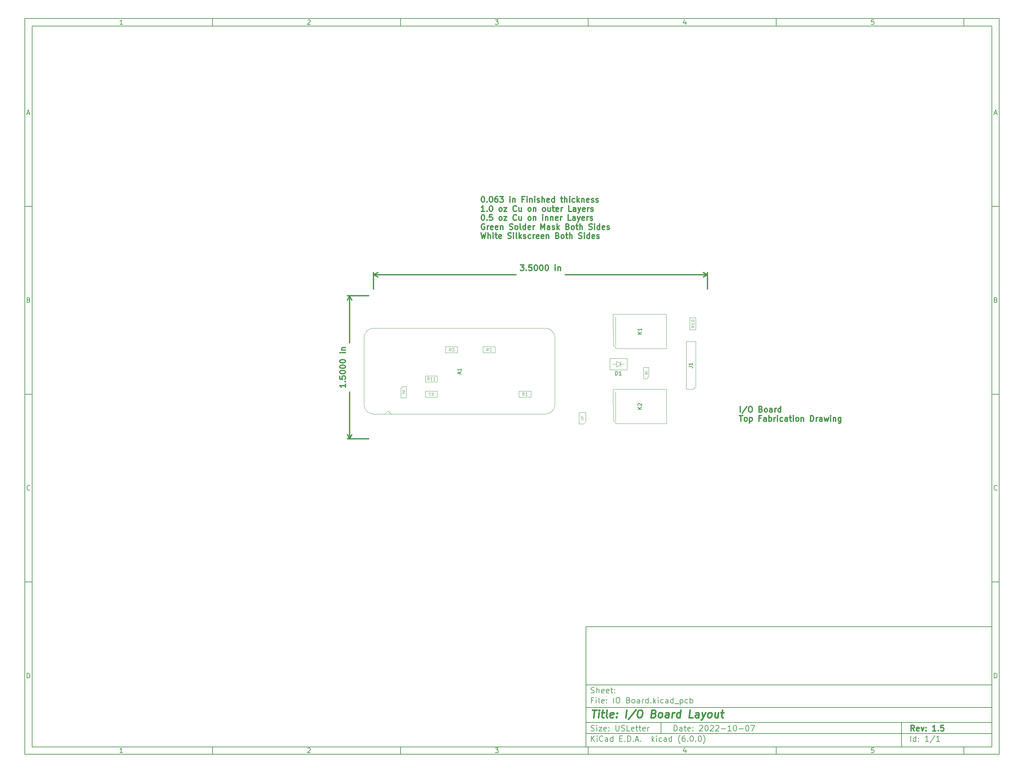
<source format=gbr>
G04 #@! TF.GenerationSoftware,KiCad,Pcbnew,(6.0.0)*
G04 #@! TF.CreationDate,2023-02-09T15:45:20-05:00*
G04 #@! TF.ProjectId,IO Board,494f2042-6f61-4726-942e-6b696361645f,1.5*
G04 #@! TF.SameCoordinates,Original*
G04 #@! TF.FileFunction,AssemblyDrawing,Top*
%FSLAX46Y46*%
G04 Gerber Fmt 4.6, Leading zero omitted, Abs format (unit mm)*
G04 Created by KiCad (PCBNEW (6.0.0)) date 2023-02-09 15:45:20*
%MOMM*%
%LPD*%
G01*
G04 APERTURE LIST*
%ADD10C,0.100000*%
%ADD11C,0.150000*%
%ADD12C,0.300000*%
%ADD13C,0.400000*%
%ADD14C,0.304800*%
%ADD15C,0.075000*%
%ADD16C,0.120000*%
G04 APERTURE END LIST*
D10*
D11*
X159400000Y-171900000D02*
X159400000Y-203900000D01*
X267400000Y-203900000D01*
X267400000Y-171900000D01*
X159400000Y-171900000D01*
D10*
D11*
X10000000Y-10000000D02*
X10000000Y-205900000D01*
X269400000Y-205900000D01*
X269400000Y-10000000D01*
X10000000Y-10000000D01*
D10*
D11*
X12000000Y-12000000D02*
X12000000Y-203900000D01*
X267400000Y-203900000D01*
X267400000Y-12000000D01*
X12000000Y-12000000D01*
D10*
D11*
X60000000Y-12000000D02*
X60000000Y-10000000D01*
D10*
D11*
X110000000Y-12000000D02*
X110000000Y-10000000D01*
D10*
D11*
X160000000Y-12000000D02*
X160000000Y-10000000D01*
D10*
D11*
X210000000Y-12000000D02*
X210000000Y-10000000D01*
D10*
D11*
X260000000Y-12000000D02*
X260000000Y-10000000D01*
D10*
D11*
X36065476Y-11588095D02*
X35322619Y-11588095D01*
X35694047Y-11588095D02*
X35694047Y-10288095D01*
X35570238Y-10473809D01*
X35446428Y-10597619D01*
X35322619Y-10659523D01*
D10*
D11*
X85322619Y-10411904D02*
X85384523Y-10350000D01*
X85508333Y-10288095D01*
X85817857Y-10288095D01*
X85941666Y-10350000D01*
X86003571Y-10411904D01*
X86065476Y-10535714D01*
X86065476Y-10659523D01*
X86003571Y-10845238D01*
X85260714Y-11588095D01*
X86065476Y-11588095D01*
D10*
D11*
X135260714Y-10288095D02*
X136065476Y-10288095D01*
X135632142Y-10783333D01*
X135817857Y-10783333D01*
X135941666Y-10845238D01*
X136003571Y-10907142D01*
X136065476Y-11030952D01*
X136065476Y-11340476D01*
X136003571Y-11464285D01*
X135941666Y-11526190D01*
X135817857Y-11588095D01*
X135446428Y-11588095D01*
X135322619Y-11526190D01*
X135260714Y-11464285D01*
D10*
D11*
X185941666Y-10721428D02*
X185941666Y-11588095D01*
X185632142Y-10226190D02*
X185322619Y-11154761D01*
X186127380Y-11154761D01*
D10*
D11*
X236003571Y-10288095D02*
X235384523Y-10288095D01*
X235322619Y-10907142D01*
X235384523Y-10845238D01*
X235508333Y-10783333D01*
X235817857Y-10783333D01*
X235941666Y-10845238D01*
X236003571Y-10907142D01*
X236065476Y-11030952D01*
X236065476Y-11340476D01*
X236003571Y-11464285D01*
X235941666Y-11526190D01*
X235817857Y-11588095D01*
X235508333Y-11588095D01*
X235384523Y-11526190D01*
X235322619Y-11464285D01*
D10*
D11*
X60000000Y-203900000D02*
X60000000Y-205900000D01*
D10*
D11*
X110000000Y-203900000D02*
X110000000Y-205900000D01*
D10*
D11*
X160000000Y-203900000D02*
X160000000Y-205900000D01*
D10*
D11*
X210000000Y-203900000D02*
X210000000Y-205900000D01*
D10*
D11*
X260000000Y-203900000D02*
X260000000Y-205900000D01*
D10*
D11*
X36065476Y-205488095D02*
X35322619Y-205488095D01*
X35694047Y-205488095D02*
X35694047Y-204188095D01*
X35570238Y-204373809D01*
X35446428Y-204497619D01*
X35322619Y-204559523D01*
D10*
D11*
X85322619Y-204311904D02*
X85384523Y-204250000D01*
X85508333Y-204188095D01*
X85817857Y-204188095D01*
X85941666Y-204250000D01*
X86003571Y-204311904D01*
X86065476Y-204435714D01*
X86065476Y-204559523D01*
X86003571Y-204745238D01*
X85260714Y-205488095D01*
X86065476Y-205488095D01*
D10*
D11*
X135260714Y-204188095D02*
X136065476Y-204188095D01*
X135632142Y-204683333D01*
X135817857Y-204683333D01*
X135941666Y-204745238D01*
X136003571Y-204807142D01*
X136065476Y-204930952D01*
X136065476Y-205240476D01*
X136003571Y-205364285D01*
X135941666Y-205426190D01*
X135817857Y-205488095D01*
X135446428Y-205488095D01*
X135322619Y-205426190D01*
X135260714Y-205364285D01*
D10*
D11*
X185941666Y-204621428D02*
X185941666Y-205488095D01*
X185632142Y-204126190D02*
X185322619Y-205054761D01*
X186127380Y-205054761D01*
D10*
D11*
X236003571Y-204188095D02*
X235384523Y-204188095D01*
X235322619Y-204807142D01*
X235384523Y-204745238D01*
X235508333Y-204683333D01*
X235817857Y-204683333D01*
X235941666Y-204745238D01*
X236003571Y-204807142D01*
X236065476Y-204930952D01*
X236065476Y-205240476D01*
X236003571Y-205364285D01*
X235941666Y-205426190D01*
X235817857Y-205488095D01*
X235508333Y-205488095D01*
X235384523Y-205426190D01*
X235322619Y-205364285D01*
D10*
D11*
X10000000Y-60000000D02*
X12000000Y-60000000D01*
D10*
D11*
X10000000Y-110000000D02*
X12000000Y-110000000D01*
D10*
D11*
X10000000Y-160000000D02*
X12000000Y-160000000D01*
D10*
D11*
X10690476Y-35216666D02*
X11309523Y-35216666D01*
X10566666Y-35588095D02*
X11000000Y-34288095D01*
X11433333Y-35588095D01*
D10*
D11*
X11092857Y-84907142D02*
X11278571Y-84969047D01*
X11340476Y-85030952D01*
X11402380Y-85154761D01*
X11402380Y-85340476D01*
X11340476Y-85464285D01*
X11278571Y-85526190D01*
X11154761Y-85588095D01*
X10659523Y-85588095D01*
X10659523Y-84288095D01*
X11092857Y-84288095D01*
X11216666Y-84350000D01*
X11278571Y-84411904D01*
X11340476Y-84535714D01*
X11340476Y-84659523D01*
X11278571Y-84783333D01*
X11216666Y-84845238D01*
X11092857Y-84907142D01*
X10659523Y-84907142D01*
D10*
D11*
X11402380Y-135464285D02*
X11340476Y-135526190D01*
X11154761Y-135588095D01*
X11030952Y-135588095D01*
X10845238Y-135526190D01*
X10721428Y-135402380D01*
X10659523Y-135278571D01*
X10597619Y-135030952D01*
X10597619Y-134845238D01*
X10659523Y-134597619D01*
X10721428Y-134473809D01*
X10845238Y-134350000D01*
X11030952Y-134288095D01*
X11154761Y-134288095D01*
X11340476Y-134350000D01*
X11402380Y-134411904D01*
D10*
D11*
X10659523Y-185588095D02*
X10659523Y-184288095D01*
X10969047Y-184288095D01*
X11154761Y-184350000D01*
X11278571Y-184473809D01*
X11340476Y-184597619D01*
X11402380Y-184845238D01*
X11402380Y-185030952D01*
X11340476Y-185278571D01*
X11278571Y-185402380D01*
X11154761Y-185526190D01*
X10969047Y-185588095D01*
X10659523Y-185588095D01*
D10*
D11*
X269400000Y-60000000D02*
X267400000Y-60000000D01*
D10*
D11*
X269400000Y-110000000D02*
X267400000Y-110000000D01*
D10*
D11*
X269400000Y-160000000D02*
X267400000Y-160000000D01*
D10*
D11*
X268090476Y-35216666D02*
X268709523Y-35216666D01*
X267966666Y-35588095D02*
X268400000Y-34288095D01*
X268833333Y-35588095D01*
D10*
D11*
X268492857Y-84907142D02*
X268678571Y-84969047D01*
X268740476Y-85030952D01*
X268802380Y-85154761D01*
X268802380Y-85340476D01*
X268740476Y-85464285D01*
X268678571Y-85526190D01*
X268554761Y-85588095D01*
X268059523Y-85588095D01*
X268059523Y-84288095D01*
X268492857Y-84288095D01*
X268616666Y-84350000D01*
X268678571Y-84411904D01*
X268740476Y-84535714D01*
X268740476Y-84659523D01*
X268678571Y-84783333D01*
X268616666Y-84845238D01*
X268492857Y-84907142D01*
X268059523Y-84907142D01*
D10*
D11*
X268802380Y-135464285D02*
X268740476Y-135526190D01*
X268554761Y-135588095D01*
X268430952Y-135588095D01*
X268245238Y-135526190D01*
X268121428Y-135402380D01*
X268059523Y-135278571D01*
X267997619Y-135030952D01*
X267997619Y-134845238D01*
X268059523Y-134597619D01*
X268121428Y-134473809D01*
X268245238Y-134350000D01*
X268430952Y-134288095D01*
X268554761Y-134288095D01*
X268740476Y-134350000D01*
X268802380Y-134411904D01*
D10*
D11*
X268059523Y-185588095D02*
X268059523Y-184288095D01*
X268369047Y-184288095D01*
X268554761Y-184350000D01*
X268678571Y-184473809D01*
X268740476Y-184597619D01*
X268802380Y-184845238D01*
X268802380Y-185030952D01*
X268740476Y-185278571D01*
X268678571Y-185402380D01*
X268554761Y-185526190D01*
X268369047Y-185588095D01*
X268059523Y-185588095D01*
D10*
D11*
X182832142Y-199678571D02*
X182832142Y-198178571D01*
X183189285Y-198178571D01*
X183403571Y-198250000D01*
X183546428Y-198392857D01*
X183617857Y-198535714D01*
X183689285Y-198821428D01*
X183689285Y-199035714D01*
X183617857Y-199321428D01*
X183546428Y-199464285D01*
X183403571Y-199607142D01*
X183189285Y-199678571D01*
X182832142Y-199678571D01*
X184975000Y-199678571D02*
X184975000Y-198892857D01*
X184903571Y-198750000D01*
X184760714Y-198678571D01*
X184475000Y-198678571D01*
X184332142Y-198750000D01*
X184975000Y-199607142D02*
X184832142Y-199678571D01*
X184475000Y-199678571D01*
X184332142Y-199607142D01*
X184260714Y-199464285D01*
X184260714Y-199321428D01*
X184332142Y-199178571D01*
X184475000Y-199107142D01*
X184832142Y-199107142D01*
X184975000Y-199035714D01*
X185475000Y-198678571D02*
X186046428Y-198678571D01*
X185689285Y-198178571D02*
X185689285Y-199464285D01*
X185760714Y-199607142D01*
X185903571Y-199678571D01*
X186046428Y-199678571D01*
X187117857Y-199607142D02*
X186975000Y-199678571D01*
X186689285Y-199678571D01*
X186546428Y-199607142D01*
X186475000Y-199464285D01*
X186475000Y-198892857D01*
X186546428Y-198750000D01*
X186689285Y-198678571D01*
X186975000Y-198678571D01*
X187117857Y-198750000D01*
X187189285Y-198892857D01*
X187189285Y-199035714D01*
X186475000Y-199178571D01*
X187832142Y-199535714D02*
X187903571Y-199607142D01*
X187832142Y-199678571D01*
X187760714Y-199607142D01*
X187832142Y-199535714D01*
X187832142Y-199678571D01*
X187832142Y-198750000D02*
X187903571Y-198821428D01*
X187832142Y-198892857D01*
X187760714Y-198821428D01*
X187832142Y-198750000D01*
X187832142Y-198892857D01*
X189617857Y-198321428D02*
X189689285Y-198250000D01*
X189832142Y-198178571D01*
X190189285Y-198178571D01*
X190332142Y-198250000D01*
X190403571Y-198321428D01*
X190475000Y-198464285D01*
X190475000Y-198607142D01*
X190403571Y-198821428D01*
X189546428Y-199678571D01*
X190475000Y-199678571D01*
X191403571Y-198178571D02*
X191546428Y-198178571D01*
X191689285Y-198250000D01*
X191760714Y-198321428D01*
X191832142Y-198464285D01*
X191903571Y-198750000D01*
X191903571Y-199107142D01*
X191832142Y-199392857D01*
X191760714Y-199535714D01*
X191689285Y-199607142D01*
X191546428Y-199678571D01*
X191403571Y-199678571D01*
X191260714Y-199607142D01*
X191189285Y-199535714D01*
X191117857Y-199392857D01*
X191046428Y-199107142D01*
X191046428Y-198750000D01*
X191117857Y-198464285D01*
X191189285Y-198321428D01*
X191260714Y-198250000D01*
X191403571Y-198178571D01*
X192475000Y-198321428D02*
X192546428Y-198250000D01*
X192689285Y-198178571D01*
X193046428Y-198178571D01*
X193189285Y-198250000D01*
X193260714Y-198321428D01*
X193332142Y-198464285D01*
X193332142Y-198607142D01*
X193260714Y-198821428D01*
X192403571Y-199678571D01*
X193332142Y-199678571D01*
X193903571Y-198321428D02*
X193975000Y-198250000D01*
X194117857Y-198178571D01*
X194475000Y-198178571D01*
X194617857Y-198250000D01*
X194689285Y-198321428D01*
X194760714Y-198464285D01*
X194760714Y-198607142D01*
X194689285Y-198821428D01*
X193832142Y-199678571D01*
X194760714Y-199678571D01*
X195403571Y-199107142D02*
X196546428Y-199107142D01*
X198046428Y-199678571D02*
X197189285Y-199678571D01*
X197617857Y-199678571D02*
X197617857Y-198178571D01*
X197475000Y-198392857D01*
X197332142Y-198535714D01*
X197189285Y-198607142D01*
X198975000Y-198178571D02*
X199117857Y-198178571D01*
X199260714Y-198250000D01*
X199332142Y-198321428D01*
X199403571Y-198464285D01*
X199475000Y-198750000D01*
X199475000Y-199107142D01*
X199403571Y-199392857D01*
X199332142Y-199535714D01*
X199260714Y-199607142D01*
X199117857Y-199678571D01*
X198975000Y-199678571D01*
X198832142Y-199607142D01*
X198760714Y-199535714D01*
X198689285Y-199392857D01*
X198617857Y-199107142D01*
X198617857Y-198750000D01*
X198689285Y-198464285D01*
X198760714Y-198321428D01*
X198832142Y-198250000D01*
X198975000Y-198178571D01*
X200117857Y-199107142D02*
X201260714Y-199107142D01*
X202260714Y-198178571D02*
X202403571Y-198178571D01*
X202546428Y-198250000D01*
X202617857Y-198321428D01*
X202689285Y-198464285D01*
X202760714Y-198750000D01*
X202760714Y-199107142D01*
X202689285Y-199392857D01*
X202617857Y-199535714D01*
X202546428Y-199607142D01*
X202403571Y-199678571D01*
X202260714Y-199678571D01*
X202117857Y-199607142D01*
X202046428Y-199535714D01*
X201975000Y-199392857D01*
X201903571Y-199107142D01*
X201903571Y-198750000D01*
X201975000Y-198464285D01*
X202046428Y-198321428D01*
X202117857Y-198250000D01*
X202260714Y-198178571D01*
X203260714Y-198178571D02*
X204260714Y-198178571D01*
X203617857Y-199678571D01*
D10*
D11*
X159400000Y-200400000D02*
X267400000Y-200400000D01*
D10*
D11*
X160832142Y-202478571D02*
X160832142Y-200978571D01*
X161689285Y-202478571D02*
X161046428Y-201621428D01*
X161689285Y-200978571D02*
X160832142Y-201835714D01*
X162332142Y-202478571D02*
X162332142Y-201478571D01*
X162332142Y-200978571D02*
X162260714Y-201050000D01*
X162332142Y-201121428D01*
X162403571Y-201050000D01*
X162332142Y-200978571D01*
X162332142Y-201121428D01*
X163903571Y-202335714D02*
X163832142Y-202407142D01*
X163617857Y-202478571D01*
X163475000Y-202478571D01*
X163260714Y-202407142D01*
X163117857Y-202264285D01*
X163046428Y-202121428D01*
X162975000Y-201835714D01*
X162975000Y-201621428D01*
X163046428Y-201335714D01*
X163117857Y-201192857D01*
X163260714Y-201050000D01*
X163475000Y-200978571D01*
X163617857Y-200978571D01*
X163832142Y-201050000D01*
X163903571Y-201121428D01*
X165189285Y-202478571D02*
X165189285Y-201692857D01*
X165117857Y-201550000D01*
X164975000Y-201478571D01*
X164689285Y-201478571D01*
X164546428Y-201550000D01*
X165189285Y-202407142D02*
X165046428Y-202478571D01*
X164689285Y-202478571D01*
X164546428Y-202407142D01*
X164475000Y-202264285D01*
X164475000Y-202121428D01*
X164546428Y-201978571D01*
X164689285Y-201907142D01*
X165046428Y-201907142D01*
X165189285Y-201835714D01*
X166546428Y-202478571D02*
X166546428Y-200978571D01*
X166546428Y-202407142D02*
X166403571Y-202478571D01*
X166117857Y-202478571D01*
X165975000Y-202407142D01*
X165903571Y-202335714D01*
X165832142Y-202192857D01*
X165832142Y-201764285D01*
X165903571Y-201621428D01*
X165975000Y-201550000D01*
X166117857Y-201478571D01*
X166403571Y-201478571D01*
X166546428Y-201550000D01*
X168403571Y-201692857D02*
X168903571Y-201692857D01*
X169117857Y-202478571D02*
X168403571Y-202478571D01*
X168403571Y-200978571D01*
X169117857Y-200978571D01*
X169760714Y-202335714D02*
X169832142Y-202407142D01*
X169760714Y-202478571D01*
X169689285Y-202407142D01*
X169760714Y-202335714D01*
X169760714Y-202478571D01*
X170475000Y-202478571D02*
X170475000Y-200978571D01*
X170832142Y-200978571D01*
X171046428Y-201050000D01*
X171189285Y-201192857D01*
X171260714Y-201335714D01*
X171332142Y-201621428D01*
X171332142Y-201835714D01*
X171260714Y-202121428D01*
X171189285Y-202264285D01*
X171046428Y-202407142D01*
X170832142Y-202478571D01*
X170475000Y-202478571D01*
X171975000Y-202335714D02*
X172046428Y-202407142D01*
X171975000Y-202478571D01*
X171903571Y-202407142D01*
X171975000Y-202335714D01*
X171975000Y-202478571D01*
X172617857Y-202050000D02*
X173332142Y-202050000D01*
X172475000Y-202478571D02*
X172975000Y-200978571D01*
X173475000Y-202478571D01*
X173975000Y-202335714D02*
X174046428Y-202407142D01*
X173975000Y-202478571D01*
X173903571Y-202407142D01*
X173975000Y-202335714D01*
X173975000Y-202478571D01*
X176975000Y-202478571D02*
X176975000Y-200978571D01*
X177117857Y-201907142D02*
X177546428Y-202478571D01*
X177546428Y-201478571D02*
X176975000Y-202050000D01*
X178189285Y-202478571D02*
X178189285Y-201478571D01*
X178189285Y-200978571D02*
X178117857Y-201050000D01*
X178189285Y-201121428D01*
X178260714Y-201050000D01*
X178189285Y-200978571D01*
X178189285Y-201121428D01*
X179546428Y-202407142D02*
X179403571Y-202478571D01*
X179117857Y-202478571D01*
X178975000Y-202407142D01*
X178903571Y-202335714D01*
X178832142Y-202192857D01*
X178832142Y-201764285D01*
X178903571Y-201621428D01*
X178975000Y-201550000D01*
X179117857Y-201478571D01*
X179403571Y-201478571D01*
X179546428Y-201550000D01*
X180832142Y-202478571D02*
X180832142Y-201692857D01*
X180760714Y-201550000D01*
X180617857Y-201478571D01*
X180332142Y-201478571D01*
X180189285Y-201550000D01*
X180832142Y-202407142D02*
X180689285Y-202478571D01*
X180332142Y-202478571D01*
X180189285Y-202407142D01*
X180117857Y-202264285D01*
X180117857Y-202121428D01*
X180189285Y-201978571D01*
X180332142Y-201907142D01*
X180689285Y-201907142D01*
X180832142Y-201835714D01*
X182189285Y-202478571D02*
X182189285Y-200978571D01*
X182189285Y-202407142D02*
X182046428Y-202478571D01*
X181760714Y-202478571D01*
X181617857Y-202407142D01*
X181546428Y-202335714D01*
X181475000Y-202192857D01*
X181475000Y-201764285D01*
X181546428Y-201621428D01*
X181617857Y-201550000D01*
X181760714Y-201478571D01*
X182046428Y-201478571D01*
X182189285Y-201550000D01*
X184475000Y-203050000D02*
X184403571Y-202978571D01*
X184260714Y-202764285D01*
X184189285Y-202621428D01*
X184117857Y-202407142D01*
X184046428Y-202050000D01*
X184046428Y-201764285D01*
X184117857Y-201407142D01*
X184189285Y-201192857D01*
X184260714Y-201050000D01*
X184403571Y-200835714D01*
X184475000Y-200764285D01*
X185689285Y-200978571D02*
X185403571Y-200978571D01*
X185260714Y-201050000D01*
X185189285Y-201121428D01*
X185046428Y-201335714D01*
X184975000Y-201621428D01*
X184975000Y-202192857D01*
X185046428Y-202335714D01*
X185117857Y-202407142D01*
X185260714Y-202478571D01*
X185546428Y-202478571D01*
X185689285Y-202407142D01*
X185760714Y-202335714D01*
X185832142Y-202192857D01*
X185832142Y-201835714D01*
X185760714Y-201692857D01*
X185689285Y-201621428D01*
X185546428Y-201550000D01*
X185260714Y-201550000D01*
X185117857Y-201621428D01*
X185046428Y-201692857D01*
X184975000Y-201835714D01*
X186475000Y-202335714D02*
X186546428Y-202407142D01*
X186475000Y-202478571D01*
X186403571Y-202407142D01*
X186475000Y-202335714D01*
X186475000Y-202478571D01*
X187475000Y-200978571D02*
X187617857Y-200978571D01*
X187760714Y-201050000D01*
X187832142Y-201121428D01*
X187903571Y-201264285D01*
X187975000Y-201550000D01*
X187975000Y-201907142D01*
X187903571Y-202192857D01*
X187832142Y-202335714D01*
X187760714Y-202407142D01*
X187617857Y-202478571D01*
X187475000Y-202478571D01*
X187332142Y-202407142D01*
X187260714Y-202335714D01*
X187189285Y-202192857D01*
X187117857Y-201907142D01*
X187117857Y-201550000D01*
X187189285Y-201264285D01*
X187260714Y-201121428D01*
X187332142Y-201050000D01*
X187475000Y-200978571D01*
X188617857Y-202335714D02*
X188689285Y-202407142D01*
X188617857Y-202478571D01*
X188546428Y-202407142D01*
X188617857Y-202335714D01*
X188617857Y-202478571D01*
X189617857Y-200978571D02*
X189760714Y-200978571D01*
X189903571Y-201050000D01*
X189975000Y-201121428D01*
X190046428Y-201264285D01*
X190117857Y-201550000D01*
X190117857Y-201907142D01*
X190046428Y-202192857D01*
X189975000Y-202335714D01*
X189903571Y-202407142D01*
X189760714Y-202478571D01*
X189617857Y-202478571D01*
X189475000Y-202407142D01*
X189403571Y-202335714D01*
X189332142Y-202192857D01*
X189260714Y-201907142D01*
X189260714Y-201550000D01*
X189332142Y-201264285D01*
X189403571Y-201121428D01*
X189475000Y-201050000D01*
X189617857Y-200978571D01*
X190617857Y-203050000D02*
X190689285Y-202978571D01*
X190832142Y-202764285D01*
X190903571Y-202621428D01*
X190975000Y-202407142D01*
X191046428Y-202050000D01*
X191046428Y-201764285D01*
X190975000Y-201407142D01*
X190903571Y-201192857D01*
X190832142Y-201050000D01*
X190689285Y-200835714D01*
X190617857Y-200764285D01*
D10*
D11*
X159400000Y-197400000D02*
X267400000Y-197400000D01*
D10*
D12*
X246809285Y-199678571D02*
X246309285Y-198964285D01*
X245952142Y-199678571D02*
X245952142Y-198178571D01*
X246523571Y-198178571D01*
X246666428Y-198250000D01*
X246737857Y-198321428D01*
X246809285Y-198464285D01*
X246809285Y-198678571D01*
X246737857Y-198821428D01*
X246666428Y-198892857D01*
X246523571Y-198964285D01*
X245952142Y-198964285D01*
X248023571Y-199607142D02*
X247880714Y-199678571D01*
X247595000Y-199678571D01*
X247452142Y-199607142D01*
X247380714Y-199464285D01*
X247380714Y-198892857D01*
X247452142Y-198750000D01*
X247595000Y-198678571D01*
X247880714Y-198678571D01*
X248023571Y-198750000D01*
X248095000Y-198892857D01*
X248095000Y-199035714D01*
X247380714Y-199178571D01*
X248595000Y-198678571D02*
X248952142Y-199678571D01*
X249309285Y-198678571D01*
X249880714Y-199535714D02*
X249952142Y-199607142D01*
X249880714Y-199678571D01*
X249809285Y-199607142D01*
X249880714Y-199535714D01*
X249880714Y-199678571D01*
X249880714Y-198750000D02*
X249952142Y-198821428D01*
X249880714Y-198892857D01*
X249809285Y-198821428D01*
X249880714Y-198750000D01*
X249880714Y-198892857D01*
X252523571Y-199678571D02*
X251666428Y-199678571D01*
X252095000Y-199678571D02*
X252095000Y-198178571D01*
X251952142Y-198392857D01*
X251809285Y-198535714D01*
X251666428Y-198607142D01*
X253166428Y-199535714D02*
X253237857Y-199607142D01*
X253166428Y-199678571D01*
X253095000Y-199607142D01*
X253166428Y-199535714D01*
X253166428Y-199678571D01*
X254595000Y-198178571D02*
X253880714Y-198178571D01*
X253809285Y-198892857D01*
X253880714Y-198821428D01*
X254023571Y-198750000D01*
X254380714Y-198750000D01*
X254523571Y-198821428D01*
X254595000Y-198892857D01*
X254666428Y-199035714D01*
X254666428Y-199392857D01*
X254595000Y-199535714D01*
X254523571Y-199607142D01*
X254380714Y-199678571D01*
X254023571Y-199678571D01*
X253880714Y-199607142D01*
X253809285Y-199535714D01*
D10*
D11*
X160760714Y-199607142D02*
X160975000Y-199678571D01*
X161332142Y-199678571D01*
X161475000Y-199607142D01*
X161546428Y-199535714D01*
X161617857Y-199392857D01*
X161617857Y-199250000D01*
X161546428Y-199107142D01*
X161475000Y-199035714D01*
X161332142Y-198964285D01*
X161046428Y-198892857D01*
X160903571Y-198821428D01*
X160832142Y-198750000D01*
X160760714Y-198607142D01*
X160760714Y-198464285D01*
X160832142Y-198321428D01*
X160903571Y-198250000D01*
X161046428Y-198178571D01*
X161403571Y-198178571D01*
X161617857Y-198250000D01*
X162260714Y-199678571D02*
X162260714Y-198678571D01*
X162260714Y-198178571D02*
X162189285Y-198250000D01*
X162260714Y-198321428D01*
X162332142Y-198250000D01*
X162260714Y-198178571D01*
X162260714Y-198321428D01*
X162832142Y-198678571D02*
X163617857Y-198678571D01*
X162832142Y-199678571D01*
X163617857Y-199678571D01*
X164760714Y-199607142D02*
X164617857Y-199678571D01*
X164332142Y-199678571D01*
X164189285Y-199607142D01*
X164117857Y-199464285D01*
X164117857Y-198892857D01*
X164189285Y-198750000D01*
X164332142Y-198678571D01*
X164617857Y-198678571D01*
X164760714Y-198750000D01*
X164832142Y-198892857D01*
X164832142Y-199035714D01*
X164117857Y-199178571D01*
X165475000Y-199535714D02*
X165546428Y-199607142D01*
X165475000Y-199678571D01*
X165403571Y-199607142D01*
X165475000Y-199535714D01*
X165475000Y-199678571D01*
X165475000Y-198750000D02*
X165546428Y-198821428D01*
X165475000Y-198892857D01*
X165403571Y-198821428D01*
X165475000Y-198750000D01*
X165475000Y-198892857D01*
X167332142Y-198178571D02*
X167332142Y-199392857D01*
X167403571Y-199535714D01*
X167475000Y-199607142D01*
X167617857Y-199678571D01*
X167903571Y-199678571D01*
X168046428Y-199607142D01*
X168117857Y-199535714D01*
X168189285Y-199392857D01*
X168189285Y-198178571D01*
X168832142Y-199607142D02*
X169046428Y-199678571D01*
X169403571Y-199678571D01*
X169546428Y-199607142D01*
X169617857Y-199535714D01*
X169689285Y-199392857D01*
X169689285Y-199250000D01*
X169617857Y-199107142D01*
X169546428Y-199035714D01*
X169403571Y-198964285D01*
X169117857Y-198892857D01*
X168975000Y-198821428D01*
X168903571Y-198750000D01*
X168832142Y-198607142D01*
X168832142Y-198464285D01*
X168903571Y-198321428D01*
X168975000Y-198250000D01*
X169117857Y-198178571D01*
X169475000Y-198178571D01*
X169689285Y-198250000D01*
X171046428Y-199678571D02*
X170332142Y-199678571D01*
X170332142Y-198178571D01*
X172117857Y-199607142D02*
X171975000Y-199678571D01*
X171689285Y-199678571D01*
X171546428Y-199607142D01*
X171475000Y-199464285D01*
X171475000Y-198892857D01*
X171546428Y-198750000D01*
X171689285Y-198678571D01*
X171975000Y-198678571D01*
X172117857Y-198750000D01*
X172189285Y-198892857D01*
X172189285Y-199035714D01*
X171475000Y-199178571D01*
X172617857Y-198678571D02*
X173189285Y-198678571D01*
X172832142Y-198178571D02*
X172832142Y-199464285D01*
X172903571Y-199607142D01*
X173046428Y-199678571D01*
X173189285Y-199678571D01*
X173475000Y-198678571D02*
X174046428Y-198678571D01*
X173689285Y-198178571D02*
X173689285Y-199464285D01*
X173760714Y-199607142D01*
X173903571Y-199678571D01*
X174046428Y-199678571D01*
X175117857Y-199607142D02*
X174975000Y-199678571D01*
X174689285Y-199678571D01*
X174546428Y-199607142D01*
X174475000Y-199464285D01*
X174475000Y-198892857D01*
X174546428Y-198750000D01*
X174689285Y-198678571D01*
X174975000Y-198678571D01*
X175117857Y-198750000D01*
X175189285Y-198892857D01*
X175189285Y-199035714D01*
X174475000Y-199178571D01*
X175832142Y-199678571D02*
X175832142Y-198678571D01*
X175832142Y-198964285D02*
X175903571Y-198821428D01*
X175975000Y-198750000D01*
X176117857Y-198678571D01*
X176260714Y-198678571D01*
D10*
D11*
X245832142Y-202478571D02*
X245832142Y-200978571D01*
X247189285Y-202478571D02*
X247189285Y-200978571D01*
X247189285Y-202407142D02*
X247046428Y-202478571D01*
X246760714Y-202478571D01*
X246617857Y-202407142D01*
X246546428Y-202335714D01*
X246475000Y-202192857D01*
X246475000Y-201764285D01*
X246546428Y-201621428D01*
X246617857Y-201550000D01*
X246760714Y-201478571D01*
X247046428Y-201478571D01*
X247189285Y-201550000D01*
X247903571Y-202335714D02*
X247975000Y-202407142D01*
X247903571Y-202478571D01*
X247832142Y-202407142D01*
X247903571Y-202335714D01*
X247903571Y-202478571D01*
X247903571Y-201550000D02*
X247975000Y-201621428D01*
X247903571Y-201692857D01*
X247832142Y-201621428D01*
X247903571Y-201550000D01*
X247903571Y-201692857D01*
X250546428Y-202478571D02*
X249689285Y-202478571D01*
X250117857Y-202478571D02*
X250117857Y-200978571D01*
X249975000Y-201192857D01*
X249832142Y-201335714D01*
X249689285Y-201407142D01*
X252260714Y-200907142D02*
X250975000Y-202835714D01*
X253546428Y-202478571D02*
X252689285Y-202478571D01*
X253117857Y-202478571D02*
X253117857Y-200978571D01*
X252975000Y-201192857D01*
X252832142Y-201335714D01*
X252689285Y-201407142D01*
D10*
D11*
X159400000Y-193400000D02*
X267400000Y-193400000D01*
D10*
D13*
X161112380Y-194104761D02*
X162255238Y-194104761D01*
X161433809Y-196104761D02*
X161683809Y-194104761D01*
X162671904Y-196104761D02*
X162838571Y-194771428D01*
X162921904Y-194104761D02*
X162814761Y-194200000D01*
X162898095Y-194295238D01*
X163005238Y-194200000D01*
X162921904Y-194104761D01*
X162898095Y-194295238D01*
X163505238Y-194771428D02*
X164267142Y-194771428D01*
X163874285Y-194104761D02*
X163660000Y-195819047D01*
X163731428Y-196009523D01*
X163910000Y-196104761D01*
X164100476Y-196104761D01*
X165052857Y-196104761D02*
X164874285Y-196009523D01*
X164802857Y-195819047D01*
X165017142Y-194104761D01*
X166588571Y-196009523D02*
X166386190Y-196104761D01*
X166005238Y-196104761D01*
X165826666Y-196009523D01*
X165755238Y-195819047D01*
X165850476Y-195057142D01*
X165969523Y-194866666D01*
X166171904Y-194771428D01*
X166552857Y-194771428D01*
X166731428Y-194866666D01*
X166802857Y-195057142D01*
X166779047Y-195247619D01*
X165802857Y-195438095D01*
X167552857Y-195914285D02*
X167636190Y-196009523D01*
X167529047Y-196104761D01*
X167445714Y-196009523D01*
X167552857Y-195914285D01*
X167529047Y-196104761D01*
X167683809Y-194866666D02*
X167767142Y-194961904D01*
X167660000Y-195057142D01*
X167576666Y-194961904D01*
X167683809Y-194866666D01*
X167660000Y-195057142D01*
X170005238Y-196104761D02*
X170255238Y-194104761D01*
X172648095Y-194009523D02*
X170612380Y-196580952D01*
X173683809Y-194104761D02*
X174064761Y-194104761D01*
X174243333Y-194200000D01*
X174410000Y-194390476D01*
X174457619Y-194771428D01*
X174374285Y-195438095D01*
X174231428Y-195819047D01*
X174017142Y-196009523D01*
X173814761Y-196104761D01*
X173433809Y-196104761D01*
X173255238Y-196009523D01*
X173088571Y-195819047D01*
X173040952Y-195438095D01*
X173124285Y-194771428D01*
X173267142Y-194390476D01*
X173481428Y-194200000D01*
X173683809Y-194104761D01*
X177469523Y-195057142D02*
X177743333Y-195152380D01*
X177826666Y-195247619D01*
X177898095Y-195438095D01*
X177862380Y-195723809D01*
X177743333Y-195914285D01*
X177636190Y-196009523D01*
X177433809Y-196104761D01*
X176671904Y-196104761D01*
X176921904Y-194104761D01*
X177588571Y-194104761D01*
X177767142Y-194200000D01*
X177850476Y-194295238D01*
X177921904Y-194485714D01*
X177898095Y-194676190D01*
X177779047Y-194866666D01*
X177671904Y-194961904D01*
X177469523Y-195057142D01*
X176802857Y-195057142D01*
X178957619Y-196104761D02*
X178779047Y-196009523D01*
X178695714Y-195914285D01*
X178624285Y-195723809D01*
X178695714Y-195152380D01*
X178814761Y-194961904D01*
X178921904Y-194866666D01*
X179124285Y-194771428D01*
X179410000Y-194771428D01*
X179588571Y-194866666D01*
X179671904Y-194961904D01*
X179743333Y-195152380D01*
X179671904Y-195723809D01*
X179552857Y-195914285D01*
X179445714Y-196009523D01*
X179243333Y-196104761D01*
X178957619Y-196104761D01*
X181338571Y-196104761D02*
X181469523Y-195057142D01*
X181398095Y-194866666D01*
X181219523Y-194771428D01*
X180838571Y-194771428D01*
X180636190Y-194866666D01*
X181350476Y-196009523D02*
X181148095Y-196104761D01*
X180671904Y-196104761D01*
X180493333Y-196009523D01*
X180421904Y-195819047D01*
X180445714Y-195628571D01*
X180564761Y-195438095D01*
X180767142Y-195342857D01*
X181243333Y-195342857D01*
X181445714Y-195247619D01*
X182290952Y-196104761D02*
X182457619Y-194771428D01*
X182410000Y-195152380D02*
X182529047Y-194961904D01*
X182636190Y-194866666D01*
X182838571Y-194771428D01*
X183029047Y-194771428D01*
X184386190Y-196104761D02*
X184636190Y-194104761D01*
X184398095Y-196009523D02*
X184195714Y-196104761D01*
X183814761Y-196104761D01*
X183636190Y-196009523D01*
X183552857Y-195914285D01*
X183481428Y-195723809D01*
X183552857Y-195152380D01*
X183671904Y-194961904D01*
X183779047Y-194866666D01*
X183981428Y-194771428D01*
X184362380Y-194771428D01*
X184540952Y-194866666D01*
X187814761Y-196104761D02*
X186862380Y-196104761D01*
X187112380Y-194104761D01*
X189338571Y-196104761D02*
X189469523Y-195057142D01*
X189398095Y-194866666D01*
X189219523Y-194771428D01*
X188838571Y-194771428D01*
X188636190Y-194866666D01*
X189350476Y-196009523D02*
X189148095Y-196104761D01*
X188671904Y-196104761D01*
X188493333Y-196009523D01*
X188421904Y-195819047D01*
X188445714Y-195628571D01*
X188564761Y-195438095D01*
X188767142Y-195342857D01*
X189243333Y-195342857D01*
X189445714Y-195247619D01*
X190267142Y-194771428D02*
X190576666Y-196104761D01*
X191219523Y-194771428D02*
X190576666Y-196104761D01*
X190326666Y-196580952D01*
X190219523Y-196676190D01*
X190017142Y-196771428D01*
X192100476Y-196104761D02*
X191921904Y-196009523D01*
X191838571Y-195914285D01*
X191767142Y-195723809D01*
X191838571Y-195152380D01*
X191957619Y-194961904D01*
X192064761Y-194866666D01*
X192267142Y-194771428D01*
X192552857Y-194771428D01*
X192731428Y-194866666D01*
X192814761Y-194961904D01*
X192886190Y-195152380D01*
X192814761Y-195723809D01*
X192695714Y-195914285D01*
X192588571Y-196009523D01*
X192386190Y-196104761D01*
X192100476Y-196104761D01*
X194648095Y-194771428D02*
X194481428Y-196104761D01*
X193790952Y-194771428D02*
X193660000Y-195819047D01*
X193731428Y-196009523D01*
X193910000Y-196104761D01*
X194195714Y-196104761D01*
X194398095Y-196009523D01*
X194505238Y-195914285D01*
X195314761Y-194771428D02*
X196076666Y-194771428D01*
X195683809Y-194104761D02*
X195469523Y-195819047D01*
X195540952Y-196009523D01*
X195719523Y-196104761D01*
X195910000Y-196104761D01*
D10*
D11*
X161332142Y-191492857D02*
X160832142Y-191492857D01*
X160832142Y-192278571D02*
X160832142Y-190778571D01*
X161546428Y-190778571D01*
X162117857Y-192278571D02*
X162117857Y-191278571D01*
X162117857Y-190778571D02*
X162046428Y-190850000D01*
X162117857Y-190921428D01*
X162189285Y-190850000D01*
X162117857Y-190778571D01*
X162117857Y-190921428D01*
X163046428Y-192278571D02*
X162903571Y-192207142D01*
X162832142Y-192064285D01*
X162832142Y-190778571D01*
X164189285Y-192207142D02*
X164046428Y-192278571D01*
X163760714Y-192278571D01*
X163617857Y-192207142D01*
X163546428Y-192064285D01*
X163546428Y-191492857D01*
X163617857Y-191350000D01*
X163760714Y-191278571D01*
X164046428Y-191278571D01*
X164189285Y-191350000D01*
X164260714Y-191492857D01*
X164260714Y-191635714D01*
X163546428Y-191778571D01*
X164903571Y-192135714D02*
X164975000Y-192207142D01*
X164903571Y-192278571D01*
X164832142Y-192207142D01*
X164903571Y-192135714D01*
X164903571Y-192278571D01*
X164903571Y-191350000D02*
X164975000Y-191421428D01*
X164903571Y-191492857D01*
X164832142Y-191421428D01*
X164903571Y-191350000D01*
X164903571Y-191492857D01*
X166760714Y-192278571D02*
X166760714Y-190778571D01*
X167760714Y-190778571D02*
X168046428Y-190778571D01*
X168189285Y-190850000D01*
X168332142Y-190992857D01*
X168403571Y-191278571D01*
X168403571Y-191778571D01*
X168332142Y-192064285D01*
X168189285Y-192207142D01*
X168046428Y-192278571D01*
X167760714Y-192278571D01*
X167617857Y-192207142D01*
X167475000Y-192064285D01*
X167403571Y-191778571D01*
X167403571Y-191278571D01*
X167475000Y-190992857D01*
X167617857Y-190850000D01*
X167760714Y-190778571D01*
X170689285Y-191492857D02*
X170903571Y-191564285D01*
X170975000Y-191635714D01*
X171046428Y-191778571D01*
X171046428Y-191992857D01*
X170975000Y-192135714D01*
X170903571Y-192207142D01*
X170760714Y-192278571D01*
X170189285Y-192278571D01*
X170189285Y-190778571D01*
X170689285Y-190778571D01*
X170832142Y-190850000D01*
X170903571Y-190921428D01*
X170975000Y-191064285D01*
X170975000Y-191207142D01*
X170903571Y-191350000D01*
X170832142Y-191421428D01*
X170689285Y-191492857D01*
X170189285Y-191492857D01*
X171903571Y-192278571D02*
X171760714Y-192207142D01*
X171689285Y-192135714D01*
X171617857Y-191992857D01*
X171617857Y-191564285D01*
X171689285Y-191421428D01*
X171760714Y-191350000D01*
X171903571Y-191278571D01*
X172117857Y-191278571D01*
X172260714Y-191350000D01*
X172332142Y-191421428D01*
X172403571Y-191564285D01*
X172403571Y-191992857D01*
X172332142Y-192135714D01*
X172260714Y-192207142D01*
X172117857Y-192278571D01*
X171903571Y-192278571D01*
X173689285Y-192278571D02*
X173689285Y-191492857D01*
X173617857Y-191350000D01*
X173475000Y-191278571D01*
X173189285Y-191278571D01*
X173046428Y-191350000D01*
X173689285Y-192207142D02*
X173546428Y-192278571D01*
X173189285Y-192278571D01*
X173046428Y-192207142D01*
X172975000Y-192064285D01*
X172975000Y-191921428D01*
X173046428Y-191778571D01*
X173189285Y-191707142D01*
X173546428Y-191707142D01*
X173689285Y-191635714D01*
X174403571Y-192278571D02*
X174403571Y-191278571D01*
X174403571Y-191564285D02*
X174475000Y-191421428D01*
X174546428Y-191350000D01*
X174689285Y-191278571D01*
X174832142Y-191278571D01*
X175975000Y-192278571D02*
X175975000Y-190778571D01*
X175975000Y-192207142D02*
X175832142Y-192278571D01*
X175546428Y-192278571D01*
X175403571Y-192207142D01*
X175332142Y-192135714D01*
X175260714Y-191992857D01*
X175260714Y-191564285D01*
X175332142Y-191421428D01*
X175403571Y-191350000D01*
X175546428Y-191278571D01*
X175832142Y-191278571D01*
X175975000Y-191350000D01*
X176689285Y-192135714D02*
X176760714Y-192207142D01*
X176689285Y-192278571D01*
X176617857Y-192207142D01*
X176689285Y-192135714D01*
X176689285Y-192278571D01*
X177403571Y-192278571D02*
X177403571Y-190778571D01*
X177546428Y-191707142D02*
X177975000Y-192278571D01*
X177975000Y-191278571D02*
X177403571Y-191850000D01*
X178617857Y-192278571D02*
X178617857Y-191278571D01*
X178617857Y-190778571D02*
X178546428Y-190850000D01*
X178617857Y-190921428D01*
X178689285Y-190850000D01*
X178617857Y-190778571D01*
X178617857Y-190921428D01*
X179975000Y-192207142D02*
X179832142Y-192278571D01*
X179546428Y-192278571D01*
X179403571Y-192207142D01*
X179332142Y-192135714D01*
X179260714Y-191992857D01*
X179260714Y-191564285D01*
X179332142Y-191421428D01*
X179403571Y-191350000D01*
X179546428Y-191278571D01*
X179832142Y-191278571D01*
X179975000Y-191350000D01*
X181260714Y-192278571D02*
X181260714Y-191492857D01*
X181189285Y-191350000D01*
X181046428Y-191278571D01*
X180760714Y-191278571D01*
X180617857Y-191350000D01*
X181260714Y-192207142D02*
X181117857Y-192278571D01*
X180760714Y-192278571D01*
X180617857Y-192207142D01*
X180546428Y-192064285D01*
X180546428Y-191921428D01*
X180617857Y-191778571D01*
X180760714Y-191707142D01*
X181117857Y-191707142D01*
X181260714Y-191635714D01*
X182617857Y-192278571D02*
X182617857Y-190778571D01*
X182617857Y-192207142D02*
X182475000Y-192278571D01*
X182189285Y-192278571D01*
X182046428Y-192207142D01*
X181975000Y-192135714D01*
X181903571Y-191992857D01*
X181903571Y-191564285D01*
X181975000Y-191421428D01*
X182046428Y-191350000D01*
X182189285Y-191278571D01*
X182475000Y-191278571D01*
X182617857Y-191350000D01*
X182975000Y-192421428D02*
X184117857Y-192421428D01*
X184475000Y-191278571D02*
X184475000Y-192778571D01*
X184475000Y-191350000D02*
X184617857Y-191278571D01*
X184903571Y-191278571D01*
X185046428Y-191350000D01*
X185117857Y-191421428D01*
X185189285Y-191564285D01*
X185189285Y-191992857D01*
X185117857Y-192135714D01*
X185046428Y-192207142D01*
X184903571Y-192278571D01*
X184617857Y-192278571D01*
X184475000Y-192207142D01*
X186475000Y-192207142D02*
X186332142Y-192278571D01*
X186046428Y-192278571D01*
X185903571Y-192207142D01*
X185832142Y-192135714D01*
X185760714Y-191992857D01*
X185760714Y-191564285D01*
X185832142Y-191421428D01*
X185903571Y-191350000D01*
X186046428Y-191278571D01*
X186332142Y-191278571D01*
X186475000Y-191350000D01*
X187117857Y-192278571D02*
X187117857Y-190778571D01*
X187117857Y-191350000D02*
X187260714Y-191278571D01*
X187546428Y-191278571D01*
X187689285Y-191350000D01*
X187760714Y-191421428D01*
X187832142Y-191564285D01*
X187832142Y-191992857D01*
X187760714Y-192135714D01*
X187689285Y-192207142D01*
X187546428Y-192278571D01*
X187260714Y-192278571D01*
X187117857Y-192207142D01*
D10*
D11*
X159400000Y-187400000D02*
X267400000Y-187400000D01*
D10*
D11*
X160760714Y-189507142D02*
X160975000Y-189578571D01*
X161332142Y-189578571D01*
X161475000Y-189507142D01*
X161546428Y-189435714D01*
X161617857Y-189292857D01*
X161617857Y-189150000D01*
X161546428Y-189007142D01*
X161475000Y-188935714D01*
X161332142Y-188864285D01*
X161046428Y-188792857D01*
X160903571Y-188721428D01*
X160832142Y-188650000D01*
X160760714Y-188507142D01*
X160760714Y-188364285D01*
X160832142Y-188221428D01*
X160903571Y-188150000D01*
X161046428Y-188078571D01*
X161403571Y-188078571D01*
X161617857Y-188150000D01*
X162260714Y-189578571D02*
X162260714Y-188078571D01*
X162903571Y-189578571D02*
X162903571Y-188792857D01*
X162832142Y-188650000D01*
X162689285Y-188578571D01*
X162475000Y-188578571D01*
X162332142Y-188650000D01*
X162260714Y-188721428D01*
X164189285Y-189507142D02*
X164046428Y-189578571D01*
X163760714Y-189578571D01*
X163617857Y-189507142D01*
X163546428Y-189364285D01*
X163546428Y-188792857D01*
X163617857Y-188650000D01*
X163760714Y-188578571D01*
X164046428Y-188578571D01*
X164189285Y-188650000D01*
X164260714Y-188792857D01*
X164260714Y-188935714D01*
X163546428Y-189078571D01*
X165475000Y-189507142D02*
X165332142Y-189578571D01*
X165046428Y-189578571D01*
X164903571Y-189507142D01*
X164832142Y-189364285D01*
X164832142Y-188792857D01*
X164903571Y-188650000D01*
X165046428Y-188578571D01*
X165332142Y-188578571D01*
X165475000Y-188650000D01*
X165546428Y-188792857D01*
X165546428Y-188935714D01*
X164832142Y-189078571D01*
X165975000Y-188578571D02*
X166546428Y-188578571D01*
X166189285Y-188078571D02*
X166189285Y-189364285D01*
X166260714Y-189507142D01*
X166403571Y-189578571D01*
X166546428Y-189578571D01*
X167046428Y-189435714D02*
X167117857Y-189507142D01*
X167046428Y-189578571D01*
X166975000Y-189507142D01*
X167046428Y-189435714D01*
X167046428Y-189578571D01*
X167046428Y-188650000D02*
X167117857Y-188721428D01*
X167046428Y-188792857D01*
X166975000Y-188721428D01*
X167046428Y-188650000D01*
X167046428Y-188792857D01*
D10*
D12*
D10*
D11*
D10*
D11*
D10*
D11*
D10*
D11*
D10*
D11*
X179400000Y-197400000D02*
X179400000Y-200400000D01*
D10*
D11*
X243400000Y-197400000D02*
X243400000Y-203900000D01*
D12*
X200450142Y-114787071D02*
X200450142Y-113287071D01*
X202235857Y-113215642D02*
X200950142Y-115144214D01*
X203021571Y-113287071D02*
X203307285Y-113287071D01*
X203450142Y-113358500D01*
X203593000Y-113501357D01*
X203664428Y-113787071D01*
X203664428Y-114287071D01*
X203593000Y-114572785D01*
X203450142Y-114715642D01*
X203307285Y-114787071D01*
X203021571Y-114787071D01*
X202878714Y-114715642D01*
X202735857Y-114572785D01*
X202664428Y-114287071D01*
X202664428Y-113787071D01*
X202735857Y-113501357D01*
X202878714Y-113358500D01*
X203021571Y-113287071D01*
X205950142Y-114001357D02*
X206164428Y-114072785D01*
X206235857Y-114144214D01*
X206307285Y-114287071D01*
X206307285Y-114501357D01*
X206235857Y-114644214D01*
X206164428Y-114715642D01*
X206021571Y-114787071D01*
X205450142Y-114787071D01*
X205450142Y-113287071D01*
X205950142Y-113287071D01*
X206093000Y-113358500D01*
X206164428Y-113429928D01*
X206235857Y-113572785D01*
X206235857Y-113715642D01*
X206164428Y-113858500D01*
X206093000Y-113929928D01*
X205950142Y-114001357D01*
X205450142Y-114001357D01*
X207164428Y-114787071D02*
X207021571Y-114715642D01*
X206950142Y-114644214D01*
X206878714Y-114501357D01*
X206878714Y-114072785D01*
X206950142Y-113929928D01*
X207021571Y-113858500D01*
X207164428Y-113787071D01*
X207378714Y-113787071D01*
X207521571Y-113858500D01*
X207593000Y-113929928D01*
X207664428Y-114072785D01*
X207664428Y-114501357D01*
X207593000Y-114644214D01*
X207521571Y-114715642D01*
X207378714Y-114787071D01*
X207164428Y-114787071D01*
X208950142Y-114787071D02*
X208950142Y-114001357D01*
X208878714Y-113858500D01*
X208735857Y-113787071D01*
X208450142Y-113787071D01*
X208307285Y-113858500D01*
X208950142Y-114715642D02*
X208807285Y-114787071D01*
X208450142Y-114787071D01*
X208307285Y-114715642D01*
X208235857Y-114572785D01*
X208235857Y-114429928D01*
X208307285Y-114287071D01*
X208450142Y-114215642D01*
X208807285Y-114215642D01*
X208950142Y-114144214D01*
X209664428Y-114787071D02*
X209664428Y-113787071D01*
X209664428Y-114072785D02*
X209735857Y-113929928D01*
X209807285Y-113858500D01*
X209950142Y-113787071D01*
X210093000Y-113787071D01*
X211235857Y-114787071D02*
X211235857Y-113287071D01*
X211235857Y-114715642D02*
X211093000Y-114787071D01*
X210807285Y-114787071D01*
X210664428Y-114715642D01*
X210593000Y-114644214D01*
X210521571Y-114501357D01*
X210521571Y-114072785D01*
X210593000Y-113929928D01*
X210664428Y-113858500D01*
X210807285Y-113787071D01*
X211093000Y-113787071D01*
X211235857Y-113858500D01*
X200235857Y-115702071D02*
X201093000Y-115702071D01*
X200664428Y-117202071D02*
X200664428Y-115702071D01*
X201807285Y-117202071D02*
X201664428Y-117130642D01*
X201593000Y-117059214D01*
X201521571Y-116916357D01*
X201521571Y-116487785D01*
X201593000Y-116344928D01*
X201664428Y-116273500D01*
X201807285Y-116202071D01*
X202021571Y-116202071D01*
X202164428Y-116273500D01*
X202235857Y-116344928D01*
X202307285Y-116487785D01*
X202307285Y-116916357D01*
X202235857Y-117059214D01*
X202164428Y-117130642D01*
X202021571Y-117202071D01*
X201807285Y-117202071D01*
X202950142Y-116202071D02*
X202950142Y-117702071D01*
X202950142Y-116273500D02*
X203093000Y-116202071D01*
X203378714Y-116202071D01*
X203521571Y-116273500D01*
X203593000Y-116344928D01*
X203664428Y-116487785D01*
X203664428Y-116916357D01*
X203593000Y-117059214D01*
X203521571Y-117130642D01*
X203378714Y-117202071D01*
X203093000Y-117202071D01*
X202950142Y-117130642D01*
X205950142Y-116416357D02*
X205450142Y-116416357D01*
X205450142Y-117202071D02*
X205450142Y-115702071D01*
X206164428Y-115702071D01*
X207378714Y-117202071D02*
X207378714Y-116416357D01*
X207307285Y-116273500D01*
X207164428Y-116202071D01*
X206878714Y-116202071D01*
X206735857Y-116273500D01*
X207378714Y-117130642D02*
X207235857Y-117202071D01*
X206878714Y-117202071D01*
X206735857Y-117130642D01*
X206664428Y-116987785D01*
X206664428Y-116844928D01*
X206735857Y-116702071D01*
X206878714Y-116630642D01*
X207235857Y-116630642D01*
X207378714Y-116559214D01*
X208093000Y-117202071D02*
X208093000Y-115702071D01*
X208093000Y-116273500D02*
X208235857Y-116202071D01*
X208521571Y-116202071D01*
X208664428Y-116273500D01*
X208735857Y-116344928D01*
X208807285Y-116487785D01*
X208807285Y-116916357D01*
X208735857Y-117059214D01*
X208664428Y-117130642D01*
X208521571Y-117202071D01*
X208235857Y-117202071D01*
X208093000Y-117130642D01*
X209450142Y-117202071D02*
X209450142Y-116202071D01*
X209450142Y-116487785D02*
X209521571Y-116344928D01*
X209593000Y-116273500D01*
X209735857Y-116202071D01*
X209878714Y-116202071D01*
X210378714Y-117202071D02*
X210378714Y-116202071D01*
X210378714Y-115702071D02*
X210307285Y-115773500D01*
X210378714Y-115844928D01*
X210450142Y-115773500D01*
X210378714Y-115702071D01*
X210378714Y-115844928D01*
X211735857Y-117130642D02*
X211593000Y-117202071D01*
X211307285Y-117202071D01*
X211164428Y-117130642D01*
X211093000Y-117059214D01*
X211021571Y-116916357D01*
X211021571Y-116487785D01*
X211093000Y-116344928D01*
X211164428Y-116273500D01*
X211307285Y-116202071D01*
X211593000Y-116202071D01*
X211735857Y-116273500D01*
X213021571Y-117202071D02*
X213021571Y-116416357D01*
X212950142Y-116273500D01*
X212807285Y-116202071D01*
X212521571Y-116202071D01*
X212378714Y-116273500D01*
X213021571Y-117130642D02*
X212878714Y-117202071D01*
X212521571Y-117202071D01*
X212378714Y-117130642D01*
X212307285Y-116987785D01*
X212307285Y-116844928D01*
X212378714Y-116702071D01*
X212521571Y-116630642D01*
X212878714Y-116630642D01*
X213021571Y-116559214D01*
X213521571Y-116202071D02*
X214093000Y-116202071D01*
X213735857Y-115702071D02*
X213735857Y-116987785D01*
X213807285Y-117130642D01*
X213950142Y-117202071D01*
X214093000Y-117202071D01*
X214593000Y-117202071D02*
X214593000Y-116202071D01*
X214593000Y-115702071D02*
X214521571Y-115773500D01*
X214593000Y-115844928D01*
X214664428Y-115773500D01*
X214593000Y-115702071D01*
X214593000Y-115844928D01*
X215521571Y-117202071D02*
X215378714Y-117130642D01*
X215307285Y-117059214D01*
X215235857Y-116916357D01*
X215235857Y-116487785D01*
X215307285Y-116344928D01*
X215378714Y-116273500D01*
X215521571Y-116202071D01*
X215735857Y-116202071D01*
X215878714Y-116273500D01*
X215950142Y-116344928D01*
X216021571Y-116487785D01*
X216021571Y-116916357D01*
X215950142Y-117059214D01*
X215878714Y-117130642D01*
X215735857Y-117202071D01*
X215521571Y-117202071D01*
X216664428Y-116202071D02*
X216664428Y-117202071D01*
X216664428Y-116344928D02*
X216735857Y-116273500D01*
X216878714Y-116202071D01*
X217093000Y-116202071D01*
X217235857Y-116273500D01*
X217307285Y-116416357D01*
X217307285Y-117202071D01*
X219164428Y-117202071D02*
X219164428Y-115702071D01*
X219521571Y-115702071D01*
X219735857Y-115773500D01*
X219878714Y-115916357D01*
X219950142Y-116059214D01*
X220021571Y-116344928D01*
X220021571Y-116559214D01*
X219950142Y-116844928D01*
X219878714Y-116987785D01*
X219735857Y-117130642D01*
X219521571Y-117202071D01*
X219164428Y-117202071D01*
X220664428Y-117202071D02*
X220664428Y-116202071D01*
X220664428Y-116487785D02*
X220735857Y-116344928D01*
X220807285Y-116273500D01*
X220950142Y-116202071D01*
X221093000Y-116202071D01*
X222235857Y-117202071D02*
X222235857Y-116416357D01*
X222164428Y-116273500D01*
X222021571Y-116202071D01*
X221735857Y-116202071D01*
X221593000Y-116273500D01*
X222235857Y-117130642D02*
X222093000Y-117202071D01*
X221735857Y-117202071D01*
X221593000Y-117130642D01*
X221521571Y-116987785D01*
X221521571Y-116844928D01*
X221593000Y-116702071D01*
X221735857Y-116630642D01*
X222093000Y-116630642D01*
X222235857Y-116559214D01*
X222807285Y-116202071D02*
X223093000Y-117202071D01*
X223378714Y-116487785D01*
X223664428Y-117202071D01*
X223950142Y-116202071D01*
X224521571Y-117202071D02*
X224521571Y-116202071D01*
X224521571Y-115702071D02*
X224450142Y-115773500D01*
X224521571Y-115844928D01*
X224593000Y-115773500D01*
X224521571Y-115702071D01*
X224521571Y-115844928D01*
X225235857Y-116202071D02*
X225235857Y-117202071D01*
X225235857Y-116344928D02*
X225307285Y-116273500D01*
X225450142Y-116202071D01*
X225664428Y-116202071D01*
X225807285Y-116273500D01*
X225878714Y-116416357D01*
X225878714Y-117202071D01*
X227235857Y-116202071D02*
X227235857Y-117416357D01*
X227164428Y-117559214D01*
X227093000Y-117630642D01*
X226950142Y-117702071D01*
X226735857Y-117702071D01*
X226593000Y-117630642D01*
X227235857Y-117130642D02*
X227093000Y-117202071D01*
X226807285Y-117202071D01*
X226664428Y-117130642D01*
X226593000Y-117059214D01*
X226521571Y-116916357D01*
X226521571Y-116487785D01*
X226593000Y-116344928D01*
X226664428Y-116273500D01*
X226807285Y-116202071D01*
X227093000Y-116202071D01*
X227235857Y-116273500D01*
X131901857Y-57403071D02*
X132044714Y-57403071D01*
X132187571Y-57474500D01*
X132259000Y-57545928D01*
X132330428Y-57688785D01*
X132401857Y-57974500D01*
X132401857Y-58331642D01*
X132330428Y-58617357D01*
X132259000Y-58760214D01*
X132187571Y-58831642D01*
X132044714Y-58903071D01*
X131901857Y-58903071D01*
X131759000Y-58831642D01*
X131687571Y-58760214D01*
X131616142Y-58617357D01*
X131544714Y-58331642D01*
X131544714Y-57974500D01*
X131616142Y-57688785D01*
X131687571Y-57545928D01*
X131759000Y-57474500D01*
X131901857Y-57403071D01*
X133044714Y-58760214D02*
X133116142Y-58831642D01*
X133044714Y-58903071D01*
X132973285Y-58831642D01*
X133044714Y-58760214D01*
X133044714Y-58903071D01*
X134044714Y-57403071D02*
X134187571Y-57403071D01*
X134330428Y-57474500D01*
X134401857Y-57545928D01*
X134473285Y-57688785D01*
X134544714Y-57974500D01*
X134544714Y-58331642D01*
X134473285Y-58617357D01*
X134401857Y-58760214D01*
X134330428Y-58831642D01*
X134187571Y-58903071D01*
X134044714Y-58903071D01*
X133901857Y-58831642D01*
X133830428Y-58760214D01*
X133759000Y-58617357D01*
X133687571Y-58331642D01*
X133687571Y-57974500D01*
X133759000Y-57688785D01*
X133830428Y-57545928D01*
X133901857Y-57474500D01*
X134044714Y-57403071D01*
X135830428Y-57403071D02*
X135544714Y-57403071D01*
X135401857Y-57474500D01*
X135330428Y-57545928D01*
X135187571Y-57760214D01*
X135116142Y-58045928D01*
X135116142Y-58617357D01*
X135187571Y-58760214D01*
X135259000Y-58831642D01*
X135401857Y-58903071D01*
X135687571Y-58903071D01*
X135830428Y-58831642D01*
X135901857Y-58760214D01*
X135973285Y-58617357D01*
X135973285Y-58260214D01*
X135901857Y-58117357D01*
X135830428Y-58045928D01*
X135687571Y-57974500D01*
X135401857Y-57974500D01*
X135259000Y-58045928D01*
X135187571Y-58117357D01*
X135116142Y-58260214D01*
X136473285Y-57403071D02*
X137401857Y-57403071D01*
X136901857Y-57974500D01*
X137116142Y-57974500D01*
X137259000Y-58045928D01*
X137330428Y-58117357D01*
X137401857Y-58260214D01*
X137401857Y-58617357D01*
X137330428Y-58760214D01*
X137259000Y-58831642D01*
X137116142Y-58903071D01*
X136687571Y-58903071D01*
X136544714Y-58831642D01*
X136473285Y-58760214D01*
X139187571Y-58903071D02*
X139187571Y-57903071D01*
X139187571Y-57403071D02*
X139116142Y-57474500D01*
X139187571Y-57545928D01*
X139259000Y-57474500D01*
X139187571Y-57403071D01*
X139187571Y-57545928D01*
X139901857Y-57903071D02*
X139901857Y-58903071D01*
X139901857Y-58045928D02*
X139973285Y-57974500D01*
X140116142Y-57903071D01*
X140330428Y-57903071D01*
X140473285Y-57974500D01*
X140544714Y-58117357D01*
X140544714Y-58903071D01*
X142901857Y-58117357D02*
X142401857Y-58117357D01*
X142401857Y-58903071D02*
X142401857Y-57403071D01*
X143116142Y-57403071D01*
X143687571Y-58903071D02*
X143687571Y-57903071D01*
X143687571Y-57403071D02*
X143616142Y-57474500D01*
X143687571Y-57545928D01*
X143759000Y-57474500D01*
X143687571Y-57403071D01*
X143687571Y-57545928D01*
X144401857Y-57903071D02*
X144401857Y-58903071D01*
X144401857Y-58045928D02*
X144473285Y-57974500D01*
X144616142Y-57903071D01*
X144830428Y-57903071D01*
X144973285Y-57974500D01*
X145044714Y-58117357D01*
X145044714Y-58903071D01*
X145759000Y-58903071D02*
X145759000Y-57903071D01*
X145759000Y-57403071D02*
X145687571Y-57474500D01*
X145759000Y-57545928D01*
X145830428Y-57474500D01*
X145759000Y-57403071D01*
X145759000Y-57545928D01*
X146401857Y-58831642D02*
X146544714Y-58903071D01*
X146830428Y-58903071D01*
X146973285Y-58831642D01*
X147044714Y-58688785D01*
X147044714Y-58617357D01*
X146973285Y-58474500D01*
X146830428Y-58403071D01*
X146616142Y-58403071D01*
X146473285Y-58331642D01*
X146401857Y-58188785D01*
X146401857Y-58117357D01*
X146473285Y-57974500D01*
X146616142Y-57903071D01*
X146830428Y-57903071D01*
X146973285Y-57974500D01*
X147687571Y-58903071D02*
X147687571Y-57403071D01*
X148330428Y-58903071D02*
X148330428Y-58117357D01*
X148259000Y-57974500D01*
X148116142Y-57903071D01*
X147901857Y-57903071D01*
X147759000Y-57974500D01*
X147687571Y-58045928D01*
X149616142Y-58831642D02*
X149473285Y-58903071D01*
X149187571Y-58903071D01*
X149044714Y-58831642D01*
X148973285Y-58688785D01*
X148973285Y-58117357D01*
X149044714Y-57974500D01*
X149187571Y-57903071D01*
X149473285Y-57903071D01*
X149616142Y-57974500D01*
X149687571Y-58117357D01*
X149687571Y-58260214D01*
X148973285Y-58403071D01*
X150973285Y-58903071D02*
X150973285Y-57403071D01*
X150973285Y-58831642D02*
X150830428Y-58903071D01*
X150544714Y-58903071D01*
X150401857Y-58831642D01*
X150330428Y-58760214D01*
X150259000Y-58617357D01*
X150259000Y-58188785D01*
X150330428Y-58045928D01*
X150401857Y-57974500D01*
X150544714Y-57903071D01*
X150830428Y-57903071D01*
X150973285Y-57974500D01*
X152616142Y-57903071D02*
X153187571Y-57903071D01*
X152830428Y-57403071D02*
X152830428Y-58688785D01*
X152901857Y-58831642D01*
X153044714Y-58903071D01*
X153187571Y-58903071D01*
X153687571Y-58903071D02*
X153687571Y-57403071D01*
X154330428Y-58903071D02*
X154330428Y-58117357D01*
X154259000Y-57974500D01*
X154116142Y-57903071D01*
X153901857Y-57903071D01*
X153759000Y-57974500D01*
X153687571Y-58045928D01*
X155044714Y-58903071D02*
X155044714Y-57903071D01*
X155044714Y-57403071D02*
X154973285Y-57474500D01*
X155044714Y-57545928D01*
X155116142Y-57474500D01*
X155044714Y-57403071D01*
X155044714Y-57545928D01*
X156401857Y-58831642D02*
X156259000Y-58903071D01*
X155973285Y-58903071D01*
X155830428Y-58831642D01*
X155759000Y-58760214D01*
X155687571Y-58617357D01*
X155687571Y-58188785D01*
X155759000Y-58045928D01*
X155830428Y-57974500D01*
X155973285Y-57903071D01*
X156259000Y-57903071D01*
X156401857Y-57974500D01*
X157044714Y-58903071D02*
X157044714Y-57403071D01*
X157187571Y-58331642D02*
X157616142Y-58903071D01*
X157616142Y-57903071D02*
X157044714Y-58474500D01*
X158259000Y-57903071D02*
X158259000Y-58903071D01*
X158259000Y-58045928D02*
X158330428Y-57974500D01*
X158473285Y-57903071D01*
X158687571Y-57903071D01*
X158830428Y-57974500D01*
X158901857Y-58117357D01*
X158901857Y-58903071D01*
X160187571Y-58831642D02*
X160044714Y-58903071D01*
X159759000Y-58903071D01*
X159616142Y-58831642D01*
X159544714Y-58688785D01*
X159544714Y-58117357D01*
X159616142Y-57974500D01*
X159759000Y-57903071D01*
X160044714Y-57903071D01*
X160187571Y-57974500D01*
X160259000Y-58117357D01*
X160259000Y-58260214D01*
X159544714Y-58403071D01*
X160830428Y-58831642D02*
X160973285Y-58903071D01*
X161259000Y-58903071D01*
X161401857Y-58831642D01*
X161473285Y-58688785D01*
X161473285Y-58617357D01*
X161401857Y-58474500D01*
X161259000Y-58403071D01*
X161044714Y-58403071D01*
X160901857Y-58331642D01*
X160830428Y-58188785D01*
X160830428Y-58117357D01*
X160901857Y-57974500D01*
X161044714Y-57903071D01*
X161259000Y-57903071D01*
X161401857Y-57974500D01*
X162044714Y-58831642D02*
X162187571Y-58903071D01*
X162473285Y-58903071D01*
X162616142Y-58831642D01*
X162687571Y-58688785D01*
X162687571Y-58617357D01*
X162616142Y-58474500D01*
X162473285Y-58403071D01*
X162259000Y-58403071D01*
X162116142Y-58331642D01*
X162044714Y-58188785D01*
X162044714Y-58117357D01*
X162116142Y-57974500D01*
X162259000Y-57903071D01*
X162473285Y-57903071D01*
X162616142Y-57974500D01*
X132401857Y-61318071D02*
X131544714Y-61318071D01*
X131973285Y-61318071D02*
X131973285Y-59818071D01*
X131830428Y-60032357D01*
X131687571Y-60175214D01*
X131544714Y-60246642D01*
X133044714Y-61175214D02*
X133116142Y-61246642D01*
X133044714Y-61318071D01*
X132973285Y-61246642D01*
X133044714Y-61175214D01*
X133044714Y-61318071D01*
X134044714Y-59818071D02*
X134187571Y-59818071D01*
X134330428Y-59889500D01*
X134401857Y-59960928D01*
X134473285Y-60103785D01*
X134544714Y-60389500D01*
X134544714Y-60746642D01*
X134473285Y-61032357D01*
X134401857Y-61175214D01*
X134330428Y-61246642D01*
X134187571Y-61318071D01*
X134044714Y-61318071D01*
X133901857Y-61246642D01*
X133830428Y-61175214D01*
X133759000Y-61032357D01*
X133687571Y-60746642D01*
X133687571Y-60389500D01*
X133759000Y-60103785D01*
X133830428Y-59960928D01*
X133901857Y-59889500D01*
X134044714Y-59818071D01*
X136544714Y-61318071D02*
X136401857Y-61246642D01*
X136330428Y-61175214D01*
X136259000Y-61032357D01*
X136259000Y-60603785D01*
X136330428Y-60460928D01*
X136401857Y-60389500D01*
X136544714Y-60318071D01*
X136759000Y-60318071D01*
X136901857Y-60389500D01*
X136973285Y-60460928D01*
X137044714Y-60603785D01*
X137044714Y-61032357D01*
X136973285Y-61175214D01*
X136901857Y-61246642D01*
X136759000Y-61318071D01*
X136544714Y-61318071D01*
X137544714Y-60318071D02*
X138330428Y-60318071D01*
X137544714Y-61318071D01*
X138330428Y-61318071D01*
X140901857Y-61175214D02*
X140830428Y-61246642D01*
X140616142Y-61318071D01*
X140473285Y-61318071D01*
X140259000Y-61246642D01*
X140116142Y-61103785D01*
X140044714Y-60960928D01*
X139973285Y-60675214D01*
X139973285Y-60460928D01*
X140044714Y-60175214D01*
X140116142Y-60032357D01*
X140259000Y-59889500D01*
X140473285Y-59818071D01*
X140616142Y-59818071D01*
X140830428Y-59889500D01*
X140901857Y-59960928D01*
X142187571Y-60318071D02*
X142187571Y-61318071D01*
X141544714Y-60318071D02*
X141544714Y-61103785D01*
X141616142Y-61246642D01*
X141759000Y-61318071D01*
X141973285Y-61318071D01*
X142116142Y-61246642D01*
X142187571Y-61175214D01*
X144259000Y-61318071D02*
X144116142Y-61246642D01*
X144044714Y-61175214D01*
X143973285Y-61032357D01*
X143973285Y-60603785D01*
X144044714Y-60460928D01*
X144116142Y-60389500D01*
X144259000Y-60318071D01*
X144473285Y-60318071D01*
X144616142Y-60389500D01*
X144687571Y-60460928D01*
X144759000Y-60603785D01*
X144759000Y-61032357D01*
X144687571Y-61175214D01*
X144616142Y-61246642D01*
X144473285Y-61318071D01*
X144259000Y-61318071D01*
X145401857Y-60318071D02*
X145401857Y-61318071D01*
X145401857Y-60460928D02*
X145473285Y-60389500D01*
X145616142Y-60318071D01*
X145830428Y-60318071D01*
X145973285Y-60389500D01*
X146044714Y-60532357D01*
X146044714Y-61318071D01*
X148116142Y-61318071D02*
X147973285Y-61246642D01*
X147901857Y-61175214D01*
X147830428Y-61032357D01*
X147830428Y-60603785D01*
X147901857Y-60460928D01*
X147973285Y-60389500D01*
X148116142Y-60318071D01*
X148330428Y-60318071D01*
X148473285Y-60389500D01*
X148544714Y-60460928D01*
X148616142Y-60603785D01*
X148616142Y-61032357D01*
X148544714Y-61175214D01*
X148473285Y-61246642D01*
X148330428Y-61318071D01*
X148116142Y-61318071D01*
X149901857Y-60318071D02*
X149901857Y-61318071D01*
X149259000Y-60318071D02*
X149259000Y-61103785D01*
X149330428Y-61246642D01*
X149473285Y-61318071D01*
X149687571Y-61318071D01*
X149830428Y-61246642D01*
X149901857Y-61175214D01*
X150401857Y-60318071D02*
X150973285Y-60318071D01*
X150616142Y-59818071D02*
X150616142Y-61103785D01*
X150687571Y-61246642D01*
X150830428Y-61318071D01*
X150973285Y-61318071D01*
X152044714Y-61246642D02*
X151901857Y-61318071D01*
X151616142Y-61318071D01*
X151473285Y-61246642D01*
X151401857Y-61103785D01*
X151401857Y-60532357D01*
X151473285Y-60389500D01*
X151616142Y-60318071D01*
X151901857Y-60318071D01*
X152044714Y-60389500D01*
X152116142Y-60532357D01*
X152116142Y-60675214D01*
X151401857Y-60818071D01*
X152759000Y-61318071D02*
X152759000Y-60318071D01*
X152759000Y-60603785D02*
X152830428Y-60460928D01*
X152901857Y-60389500D01*
X153044714Y-60318071D01*
X153187571Y-60318071D01*
X155544714Y-61318071D02*
X154830428Y-61318071D01*
X154830428Y-59818071D01*
X156687571Y-61318071D02*
X156687571Y-60532357D01*
X156616142Y-60389500D01*
X156473285Y-60318071D01*
X156187571Y-60318071D01*
X156044714Y-60389500D01*
X156687571Y-61246642D02*
X156544714Y-61318071D01*
X156187571Y-61318071D01*
X156044714Y-61246642D01*
X155973285Y-61103785D01*
X155973285Y-60960928D01*
X156044714Y-60818071D01*
X156187571Y-60746642D01*
X156544714Y-60746642D01*
X156687571Y-60675214D01*
X157259000Y-60318071D02*
X157616142Y-61318071D01*
X157973285Y-60318071D02*
X157616142Y-61318071D01*
X157473285Y-61675214D01*
X157401857Y-61746642D01*
X157259000Y-61818071D01*
X159116142Y-61246642D02*
X158973285Y-61318071D01*
X158687571Y-61318071D01*
X158544714Y-61246642D01*
X158473285Y-61103785D01*
X158473285Y-60532357D01*
X158544714Y-60389500D01*
X158687571Y-60318071D01*
X158973285Y-60318071D01*
X159116142Y-60389500D01*
X159187571Y-60532357D01*
X159187571Y-60675214D01*
X158473285Y-60818071D01*
X159830428Y-61318071D02*
X159830428Y-60318071D01*
X159830428Y-60603785D02*
X159901857Y-60460928D01*
X159973285Y-60389500D01*
X160116142Y-60318071D01*
X160259000Y-60318071D01*
X160687571Y-61246642D02*
X160830428Y-61318071D01*
X161116142Y-61318071D01*
X161259000Y-61246642D01*
X161330428Y-61103785D01*
X161330428Y-61032357D01*
X161259000Y-60889500D01*
X161116142Y-60818071D01*
X160901857Y-60818071D01*
X160759000Y-60746642D01*
X160687571Y-60603785D01*
X160687571Y-60532357D01*
X160759000Y-60389500D01*
X160901857Y-60318071D01*
X161116142Y-60318071D01*
X161259000Y-60389500D01*
X131901857Y-62233071D02*
X132044714Y-62233071D01*
X132187571Y-62304500D01*
X132259000Y-62375928D01*
X132330428Y-62518785D01*
X132401857Y-62804500D01*
X132401857Y-63161642D01*
X132330428Y-63447357D01*
X132259000Y-63590214D01*
X132187571Y-63661642D01*
X132044714Y-63733071D01*
X131901857Y-63733071D01*
X131759000Y-63661642D01*
X131687571Y-63590214D01*
X131616142Y-63447357D01*
X131544714Y-63161642D01*
X131544714Y-62804500D01*
X131616142Y-62518785D01*
X131687571Y-62375928D01*
X131759000Y-62304500D01*
X131901857Y-62233071D01*
X133044714Y-63590214D02*
X133116142Y-63661642D01*
X133044714Y-63733071D01*
X132973285Y-63661642D01*
X133044714Y-63590214D01*
X133044714Y-63733071D01*
X134473285Y-62233071D02*
X133759000Y-62233071D01*
X133687571Y-62947357D01*
X133759000Y-62875928D01*
X133901857Y-62804500D01*
X134259000Y-62804500D01*
X134401857Y-62875928D01*
X134473285Y-62947357D01*
X134544714Y-63090214D01*
X134544714Y-63447357D01*
X134473285Y-63590214D01*
X134401857Y-63661642D01*
X134259000Y-63733071D01*
X133901857Y-63733071D01*
X133759000Y-63661642D01*
X133687571Y-63590214D01*
X136544714Y-63733071D02*
X136401857Y-63661642D01*
X136330428Y-63590214D01*
X136259000Y-63447357D01*
X136259000Y-63018785D01*
X136330428Y-62875928D01*
X136401857Y-62804500D01*
X136544714Y-62733071D01*
X136759000Y-62733071D01*
X136901857Y-62804500D01*
X136973285Y-62875928D01*
X137044714Y-63018785D01*
X137044714Y-63447357D01*
X136973285Y-63590214D01*
X136901857Y-63661642D01*
X136759000Y-63733071D01*
X136544714Y-63733071D01*
X137544714Y-62733071D02*
X138330428Y-62733071D01*
X137544714Y-63733071D01*
X138330428Y-63733071D01*
X140901857Y-63590214D02*
X140830428Y-63661642D01*
X140616142Y-63733071D01*
X140473285Y-63733071D01*
X140259000Y-63661642D01*
X140116142Y-63518785D01*
X140044714Y-63375928D01*
X139973285Y-63090214D01*
X139973285Y-62875928D01*
X140044714Y-62590214D01*
X140116142Y-62447357D01*
X140259000Y-62304500D01*
X140473285Y-62233071D01*
X140616142Y-62233071D01*
X140830428Y-62304500D01*
X140901857Y-62375928D01*
X142187571Y-62733071D02*
X142187571Y-63733071D01*
X141544714Y-62733071D02*
X141544714Y-63518785D01*
X141616142Y-63661642D01*
X141759000Y-63733071D01*
X141973285Y-63733071D01*
X142116142Y-63661642D01*
X142187571Y-63590214D01*
X144259000Y-63733071D02*
X144116142Y-63661642D01*
X144044714Y-63590214D01*
X143973285Y-63447357D01*
X143973285Y-63018785D01*
X144044714Y-62875928D01*
X144116142Y-62804500D01*
X144259000Y-62733071D01*
X144473285Y-62733071D01*
X144616142Y-62804500D01*
X144687571Y-62875928D01*
X144759000Y-63018785D01*
X144759000Y-63447357D01*
X144687571Y-63590214D01*
X144616142Y-63661642D01*
X144473285Y-63733071D01*
X144259000Y-63733071D01*
X145401857Y-62733071D02*
X145401857Y-63733071D01*
X145401857Y-62875928D02*
X145473285Y-62804500D01*
X145616142Y-62733071D01*
X145830428Y-62733071D01*
X145973285Y-62804500D01*
X146044714Y-62947357D01*
X146044714Y-63733071D01*
X147901857Y-63733071D02*
X147901857Y-62733071D01*
X147901857Y-62233071D02*
X147830428Y-62304500D01*
X147901857Y-62375928D01*
X147973285Y-62304500D01*
X147901857Y-62233071D01*
X147901857Y-62375928D01*
X148616142Y-62733071D02*
X148616142Y-63733071D01*
X148616142Y-62875928D02*
X148687571Y-62804500D01*
X148830428Y-62733071D01*
X149044714Y-62733071D01*
X149187571Y-62804500D01*
X149259000Y-62947357D01*
X149259000Y-63733071D01*
X149973285Y-62733071D02*
X149973285Y-63733071D01*
X149973285Y-62875928D02*
X150044714Y-62804500D01*
X150187571Y-62733071D01*
X150401857Y-62733071D01*
X150544714Y-62804500D01*
X150616142Y-62947357D01*
X150616142Y-63733071D01*
X151901857Y-63661642D02*
X151759000Y-63733071D01*
X151473285Y-63733071D01*
X151330428Y-63661642D01*
X151259000Y-63518785D01*
X151259000Y-62947357D01*
X151330428Y-62804500D01*
X151473285Y-62733071D01*
X151759000Y-62733071D01*
X151901857Y-62804500D01*
X151973285Y-62947357D01*
X151973285Y-63090214D01*
X151259000Y-63233071D01*
X152616142Y-63733071D02*
X152616142Y-62733071D01*
X152616142Y-63018785D02*
X152687571Y-62875928D01*
X152759000Y-62804500D01*
X152901857Y-62733071D01*
X153044714Y-62733071D01*
X155401857Y-63733071D02*
X154687571Y-63733071D01*
X154687571Y-62233071D01*
X156544714Y-63733071D02*
X156544714Y-62947357D01*
X156473285Y-62804500D01*
X156330428Y-62733071D01*
X156044714Y-62733071D01*
X155901857Y-62804500D01*
X156544714Y-63661642D02*
X156401857Y-63733071D01*
X156044714Y-63733071D01*
X155901857Y-63661642D01*
X155830428Y-63518785D01*
X155830428Y-63375928D01*
X155901857Y-63233071D01*
X156044714Y-63161642D01*
X156401857Y-63161642D01*
X156544714Y-63090214D01*
X157116142Y-62733071D02*
X157473285Y-63733071D01*
X157830428Y-62733071D02*
X157473285Y-63733071D01*
X157330428Y-64090214D01*
X157259000Y-64161642D01*
X157116142Y-64233071D01*
X158973285Y-63661642D02*
X158830428Y-63733071D01*
X158544714Y-63733071D01*
X158401857Y-63661642D01*
X158330428Y-63518785D01*
X158330428Y-62947357D01*
X158401857Y-62804500D01*
X158544714Y-62733071D01*
X158830428Y-62733071D01*
X158973285Y-62804500D01*
X159044714Y-62947357D01*
X159044714Y-63090214D01*
X158330428Y-63233071D01*
X159687571Y-63733071D02*
X159687571Y-62733071D01*
X159687571Y-63018785D02*
X159759000Y-62875928D01*
X159830428Y-62804500D01*
X159973285Y-62733071D01*
X160116142Y-62733071D01*
X160544714Y-63661642D02*
X160687571Y-63733071D01*
X160973285Y-63733071D01*
X161116142Y-63661642D01*
X161187571Y-63518785D01*
X161187571Y-63447357D01*
X161116142Y-63304500D01*
X160973285Y-63233071D01*
X160759000Y-63233071D01*
X160616142Y-63161642D01*
X160544714Y-63018785D01*
X160544714Y-62947357D01*
X160616142Y-62804500D01*
X160759000Y-62733071D01*
X160973285Y-62733071D01*
X161116142Y-62804500D01*
X132401857Y-64719500D02*
X132259000Y-64648071D01*
X132044714Y-64648071D01*
X131830428Y-64719500D01*
X131687571Y-64862357D01*
X131616142Y-65005214D01*
X131544714Y-65290928D01*
X131544714Y-65505214D01*
X131616142Y-65790928D01*
X131687571Y-65933785D01*
X131830428Y-66076642D01*
X132044714Y-66148071D01*
X132187571Y-66148071D01*
X132401857Y-66076642D01*
X132473285Y-66005214D01*
X132473285Y-65505214D01*
X132187571Y-65505214D01*
X133116142Y-66148071D02*
X133116142Y-65148071D01*
X133116142Y-65433785D02*
X133187571Y-65290928D01*
X133259000Y-65219500D01*
X133401857Y-65148071D01*
X133544714Y-65148071D01*
X134616142Y-66076642D02*
X134473285Y-66148071D01*
X134187571Y-66148071D01*
X134044714Y-66076642D01*
X133973285Y-65933785D01*
X133973285Y-65362357D01*
X134044714Y-65219500D01*
X134187571Y-65148071D01*
X134473285Y-65148071D01*
X134616142Y-65219500D01*
X134687571Y-65362357D01*
X134687571Y-65505214D01*
X133973285Y-65648071D01*
X135901857Y-66076642D02*
X135759000Y-66148071D01*
X135473285Y-66148071D01*
X135330428Y-66076642D01*
X135259000Y-65933785D01*
X135259000Y-65362357D01*
X135330428Y-65219500D01*
X135473285Y-65148071D01*
X135759000Y-65148071D01*
X135901857Y-65219500D01*
X135973285Y-65362357D01*
X135973285Y-65505214D01*
X135259000Y-65648071D01*
X136616142Y-65148071D02*
X136616142Y-66148071D01*
X136616142Y-65290928D02*
X136687571Y-65219500D01*
X136830428Y-65148071D01*
X137044714Y-65148071D01*
X137187571Y-65219500D01*
X137259000Y-65362357D01*
X137259000Y-66148071D01*
X139044714Y-66076642D02*
X139259000Y-66148071D01*
X139616142Y-66148071D01*
X139759000Y-66076642D01*
X139830428Y-66005214D01*
X139901857Y-65862357D01*
X139901857Y-65719500D01*
X139830428Y-65576642D01*
X139759000Y-65505214D01*
X139616142Y-65433785D01*
X139330428Y-65362357D01*
X139187571Y-65290928D01*
X139116142Y-65219500D01*
X139044714Y-65076642D01*
X139044714Y-64933785D01*
X139116142Y-64790928D01*
X139187571Y-64719500D01*
X139330428Y-64648071D01*
X139687571Y-64648071D01*
X139901857Y-64719500D01*
X140759000Y-66148071D02*
X140616142Y-66076642D01*
X140544714Y-66005214D01*
X140473285Y-65862357D01*
X140473285Y-65433785D01*
X140544714Y-65290928D01*
X140616142Y-65219500D01*
X140759000Y-65148071D01*
X140973285Y-65148071D01*
X141116142Y-65219500D01*
X141187571Y-65290928D01*
X141259000Y-65433785D01*
X141259000Y-65862357D01*
X141187571Y-66005214D01*
X141116142Y-66076642D01*
X140973285Y-66148071D01*
X140759000Y-66148071D01*
X142116142Y-66148071D02*
X141973285Y-66076642D01*
X141901857Y-65933785D01*
X141901857Y-64648071D01*
X143330428Y-66148071D02*
X143330428Y-64648071D01*
X143330428Y-66076642D02*
X143187571Y-66148071D01*
X142901857Y-66148071D01*
X142759000Y-66076642D01*
X142687571Y-66005214D01*
X142616142Y-65862357D01*
X142616142Y-65433785D01*
X142687571Y-65290928D01*
X142759000Y-65219500D01*
X142901857Y-65148071D01*
X143187571Y-65148071D01*
X143330428Y-65219500D01*
X144616142Y-66076642D02*
X144473285Y-66148071D01*
X144187571Y-66148071D01*
X144044714Y-66076642D01*
X143973285Y-65933785D01*
X143973285Y-65362357D01*
X144044714Y-65219500D01*
X144187571Y-65148071D01*
X144473285Y-65148071D01*
X144616142Y-65219500D01*
X144687571Y-65362357D01*
X144687571Y-65505214D01*
X143973285Y-65648071D01*
X145330428Y-66148071D02*
X145330428Y-65148071D01*
X145330428Y-65433785D02*
X145401857Y-65290928D01*
X145473285Y-65219500D01*
X145616142Y-65148071D01*
X145759000Y-65148071D01*
X147401857Y-66148071D02*
X147401857Y-64648071D01*
X147901857Y-65719500D01*
X148401857Y-64648071D01*
X148401857Y-66148071D01*
X149759000Y-66148071D02*
X149759000Y-65362357D01*
X149687571Y-65219500D01*
X149544714Y-65148071D01*
X149259000Y-65148071D01*
X149116142Y-65219500D01*
X149759000Y-66076642D02*
X149616142Y-66148071D01*
X149259000Y-66148071D01*
X149116142Y-66076642D01*
X149044714Y-65933785D01*
X149044714Y-65790928D01*
X149116142Y-65648071D01*
X149259000Y-65576642D01*
X149616142Y-65576642D01*
X149759000Y-65505214D01*
X150401857Y-66076642D02*
X150544714Y-66148071D01*
X150830428Y-66148071D01*
X150973285Y-66076642D01*
X151044714Y-65933785D01*
X151044714Y-65862357D01*
X150973285Y-65719500D01*
X150830428Y-65648071D01*
X150616142Y-65648071D01*
X150473285Y-65576642D01*
X150401857Y-65433785D01*
X150401857Y-65362357D01*
X150473285Y-65219500D01*
X150616142Y-65148071D01*
X150830428Y-65148071D01*
X150973285Y-65219500D01*
X151687571Y-66148071D02*
X151687571Y-64648071D01*
X151830428Y-65576642D02*
X152259000Y-66148071D01*
X152259000Y-65148071D02*
X151687571Y-65719500D01*
X154544714Y-65362357D02*
X154759000Y-65433785D01*
X154830428Y-65505214D01*
X154901857Y-65648071D01*
X154901857Y-65862357D01*
X154830428Y-66005214D01*
X154759000Y-66076642D01*
X154616142Y-66148071D01*
X154044714Y-66148071D01*
X154044714Y-64648071D01*
X154544714Y-64648071D01*
X154687571Y-64719500D01*
X154759000Y-64790928D01*
X154830428Y-64933785D01*
X154830428Y-65076642D01*
X154759000Y-65219500D01*
X154687571Y-65290928D01*
X154544714Y-65362357D01*
X154044714Y-65362357D01*
X155759000Y-66148071D02*
X155616142Y-66076642D01*
X155544714Y-66005214D01*
X155473285Y-65862357D01*
X155473285Y-65433785D01*
X155544714Y-65290928D01*
X155616142Y-65219500D01*
X155759000Y-65148071D01*
X155973285Y-65148071D01*
X156116142Y-65219500D01*
X156187571Y-65290928D01*
X156259000Y-65433785D01*
X156259000Y-65862357D01*
X156187571Y-66005214D01*
X156116142Y-66076642D01*
X155973285Y-66148071D01*
X155759000Y-66148071D01*
X156687571Y-65148071D02*
X157259000Y-65148071D01*
X156901857Y-64648071D02*
X156901857Y-65933785D01*
X156973285Y-66076642D01*
X157116142Y-66148071D01*
X157259000Y-66148071D01*
X157759000Y-66148071D02*
X157759000Y-64648071D01*
X158401857Y-66148071D02*
X158401857Y-65362357D01*
X158330428Y-65219500D01*
X158187571Y-65148071D01*
X157973285Y-65148071D01*
X157830428Y-65219500D01*
X157759000Y-65290928D01*
X160187571Y-66076642D02*
X160401857Y-66148071D01*
X160759000Y-66148071D01*
X160901857Y-66076642D01*
X160973285Y-66005214D01*
X161044714Y-65862357D01*
X161044714Y-65719500D01*
X160973285Y-65576642D01*
X160901857Y-65505214D01*
X160759000Y-65433785D01*
X160473285Y-65362357D01*
X160330428Y-65290928D01*
X160259000Y-65219500D01*
X160187571Y-65076642D01*
X160187571Y-64933785D01*
X160259000Y-64790928D01*
X160330428Y-64719500D01*
X160473285Y-64648071D01*
X160830428Y-64648071D01*
X161044714Y-64719500D01*
X161687571Y-66148071D02*
X161687571Y-65148071D01*
X161687571Y-64648071D02*
X161616142Y-64719500D01*
X161687571Y-64790928D01*
X161759000Y-64719500D01*
X161687571Y-64648071D01*
X161687571Y-64790928D01*
X163044714Y-66148071D02*
X163044714Y-64648071D01*
X163044714Y-66076642D02*
X162901857Y-66148071D01*
X162616142Y-66148071D01*
X162473285Y-66076642D01*
X162401857Y-66005214D01*
X162330428Y-65862357D01*
X162330428Y-65433785D01*
X162401857Y-65290928D01*
X162473285Y-65219500D01*
X162616142Y-65148071D01*
X162901857Y-65148071D01*
X163044714Y-65219500D01*
X164330428Y-66076642D02*
X164187571Y-66148071D01*
X163901857Y-66148071D01*
X163759000Y-66076642D01*
X163687571Y-65933785D01*
X163687571Y-65362357D01*
X163759000Y-65219500D01*
X163901857Y-65148071D01*
X164187571Y-65148071D01*
X164330428Y-65219500D01*
X164401857Y-65362357D01*
X164401857Y-65505214D01*
X163687571Y-65648071D01*
X164973285Y-66076642D02*
X165116142Y-66148071D01*
X165401857Y-66148071D01*
X165544714Y-66076642D01*
X165616142Y-65933785D01*
X165616142Y-65862357D01*
X165544714Y-65719500D01*
X165401857Y-65648071D01*
X165187571Y-65648071D01*
X165044714Y-65576642D01*
X164973285Y-65433785D01*
X164973285Y-65362357D01*
X165044714Y-65219500D01*
X165187571Y-65148071D01*
X165401857Y-65148071D01*
X165544714Y-65219500D01*
X131473285Y-67063071D02*
X131830428Y-68563071D01*
X132116142Y-67491642D01*
X132401857Y-68563071D01*
X132759000Y-67063071D01*
X133330428Y-68563071D02*
X133330428Y-67063071D01*
X133973285Y-68563071D02*
X133973285Y-67777357D01*
X133901857Y-67634500D01*
X133759000Y-67563071D01*
X133544714Y-67563071D01*
X133401857Y-67634500D01*
X133330428Y-67705928D01*
X134687571Y-68563071D02*
X134687571Y-67563071D01*
X134687571Y-67063071D02*
X134616142Y-67134500D01*
X134687571Y-67205928D01*
X134759000Y-67134500D01*
X134687571Y-67063071D01*
X134687571Y-67205928D01*
X135187571Y-67563071D02*
X135759000Y-67563071D01*
X135401857Y-67063071D02*
X135401857Y-68348785D01*
X135473285Y-68491642D01*
X135616142Y-68563071D01*
X135759000Y-68563071D01*
X136830428Y-68491642D02*
X136687571Y-68563071D01*
X136401857Y-68563071D01*
X136259000Y-68491642D01*
X136187571Y-68348785D01*
X136187571Y-67777357D01*
X136259000Y-67634500D01*
X136401857Y-67563071D01*
X136687571Y-67563071D01*
X136830428Y-67634500D01*
X136901857Y-67777357D01*
X136901857Y-67920214D01*
X136187571Y-68063071D01*
X138616142Y-68491642D02*
X138830428Y-68563071D01*
X139187571Y-68563071D01*
X139330428Y-68491642D01*
X139401857Y-68420214D01*
X139473285Y-68277357D01*
X139473285Y-68134500D01*
X139401857Y-67991642D01*
X139330428Y-67920214D01*
X139187571Y-67848785D01*
X138901857Y-67777357D01*
X138759000Y-67705928D01*
X138687571Y-67634500D01*
X138616142Y-67491642D01*
X138616142Y-67348785D01*
X138687571Y-67205928D01*
X138759000Y-67134500D01*
X138901857Y-67063071D01*
X139259000Y-67063071D01*
X139473285Y-67134500D01*
X140116142Y-68563071D02*
X140116142Y-67563071D01*
X140116142Y-67063071D02*
X140044714Y-67134500D01*
X140116142Y-67205928D01*
X140187571Y-67134500D01*
X140116142Y-67063071D01*
X140116142Y-67205928D01*
X141044714Y-68563071D02*
X140901857Y-68491642D01*
X140830428Y-68348785D01*
X140830428Y-67063071D01*
X141616142Y-68563071D02*
X141616142Y-67063071D01*
X141759000Y-67991642D02*
X142187571Y-68563071D01*
X142187571Y-67563071D02*
X141616142Y-68134500D01*
X142759000Y-68491642D02*
X142901857Y-68563071D01*
X143187571Y-68563071D01*
X143330428Y-68491642D01*
X143401857Y-68348785D01*
X143401857Y-68277357D01*
X143330428Y-68134500D01*
X143187571Y-68063071D01*
X142973285Y-68063071D01*
X142830428Y-67991642D01*
X142759000Y-67848785D01*
X142759000Y-67777357D01*
X142830428Y-67634500D01*
X142973285Y-67563071D01*
X143187571Y-67563071D01*
X143330428Y-67634500D01*
X144687571Y-68491642D02*
X144544714Y-68563071D01*
X144259000Y-68563071D01*
X144116142Y-68491642D01*
X144044714Y-68420214D01*
X143973285Y-68277357D01*
X143973285Y-67848785D01*
X144044714Y-67705928D01*
X144116142Y-67634500D01*
X144259000Y-67563071D01*
X144544714Y-67563071D01*
X144687571Y-67634500D01*
X145330428Y-68563071D02*
X145330428Y-67563071D01*
X145330428Y-67848785D02*
X145401857Y-67705928D01*
X145473285Y-67634500D01*
X145616142Y-67563071D01*
X145759000Y-67563071D01*
X146830428Y-68491642D02*
X146687571Y-68563071D01*
X146401857Y-68563071D01*
X146259000Y-68491642D01*
X146187571Y-68348785D01*
X146187571Y-67777357D01*
X146259000Y-67634500D01*
X146401857Y-67563071D01*
X146687571Y-67563071D01*
X146830428Y-67634500D01*
X146901857Y-67777357D01*
X146901857Y-67920214D01*
X146187571Y-68063071D01*
X148116142Y-68491642D02*
X147973285Y-68563071D01*
X147687571Y-68563071D01*
X147544714Y-68491642D01*
X147473285Y-68348785D01*
X147473285Y-67777357D01*
X147544714Y-67634500D01*
X147687571Y-67563071D01*
X147973285Y-67563071D01*
X148116142Y-67634500D01*
X148187571Y-67777357D01*
X148187571Y-67920214D01*
X147473285Y-68063071D01*
X148830428Y-67563071D02*
X148830428Y-68563071D01*
X148830428Y-67705928D02*
X148901857Y-67634500D01*
X149044714Y-67563071D01*
X149259000Y-67563071D01*
X149401857Y-67634500D01*
X149473285Y-67777357D01*
X149473285Y-68563071D01*
X151830428Y-67777357D02*
X152044714Y-67848785D01*
X152116142Y-67920214D01*
X152187571Y-68063071D01*
X152187571Y-68277357D01*
X152116142Y-68420214D01*
X152044714Y-68491642D01*
X151901857Y-68563071D01*
X151330428Y-68563071D01*
X151330428Y-67063071D01*
X151830428Y-67063071D01*
X151973285Y-67134500D01*
X152044714Y-67205928D01*
X152116142Y-67348785D01*
X152116142Y-67491642D01*
X152044714Y-67634500D01*
X151973285Y-67705928D01*
X151830428Y-67777357D01*
X151330428Y-67777357D01*
X153044714Y-68563071D02*
X152901857Y-68491642D01*
X152830428Y-68420214D01*
X152759000Y-68277357D01*
X152759000Y-67848785D01*
X152830428Y-67705928D01*
X152901857Y-67634500D01*
X153044714Y-67563071D01*
X153259000Y-67563071D01*
X153401857Y-67634500D01*
X153473285Y-67705928D01*
X153544714Y-67848785D01*
X153544714Y-68277357D01*
X153473285Y-68420214D01*
X153401857Y-68491642D01*
X153259000Y-68563071D01*
X153044714Y-68563071D01*
X153973285Y-67563071D02*
X154544714Y-67563071D01*
X154187571Y-67063071D02*
X154187571Y-68348785D01*
X154259000Y-68491642D01*
X154401857Y-68563071D01*
X154544714Y-68563071D01*
X155044714Y-68563071D02*
X155044714Y-67063071D01*
X155687571Y-68563071D02*
X155687571Y-67777357D01*
X155616142Y-67634500D01*
X155473285Y-67563071D01*
X155259000Y-67563071D01*
X155116142Y-67634500D01*
X155044714Y-67705928D01*
X157473285Y-68491642D02*
X157687571Y-68563071D01*
X158044714Y-68563071D01*
X158187571Y-68491642D01*
X158259000Y-68420214D01*
X158330428Y-68277357D01*
X158330428Y-68134500D01*
X158259000Y-67991642D01*
X158187571Y-67920214D01*
X158044714Y-67848785D01*
X157759000Y-67777357D01*
X157616142Y-67705928D01*
X157544714Y-67634500D01*
X157473285Y-67491642D01*
X157473285Y-67348785D01*
X157544714Y-67205928D01*
X157616142Y-67134500D01*
X157759000Y-67063071D01*
X158116142Y-67063071D01*
X158330428Y-67134500D01*
X158973285Y-68563071D02*
X158973285Y-67563071D01*
X158973285Y-67063071D02*
X158901857Y-67134500D01*
X158973285Y-67205928D01*
X159044714Y-67134500D01*
X158973285Y-67063071D01*
X158973285Y-67205928D01*
X160330428Y-68563071D02*
X160330428Y-67063071D01*
X160330428Y-68491642D02*
X160187571Y-68563071D01*
X159901857Y-68563071D01*
X159759000Y-68491642D01*
X159687571Y-68420214D01*
X159616142Y-68277357D01*
X159616142Y-67848785D01*
X159687571Y-67705928D01*
X159759000Y-67634500D01*
X159901857Y-67563071D01*
X160187571Y-67563071D01*
X160330428Y-67634500D01*
X161616142Y-68491642D02*
X161473285Y-68563071D01*
X161187571Y-68563071D01*
X161044714Y-68491642D01*
X160973285Y-68348785D01*
X160973285Y-67777357D01*
X161044714Y-67634500D01*
X161187571Y-67563071D01*
X161473285Y-67563071D01*
X161616142Y-67634500D01*
X161687571Y-67777357D01*
X161687571Y-67920214D01*
X160973285Y-68063071D01*
X162259000Y-68491642D02*
X162401857Y-68563071D01*
X162687571Y-68563071D01*
X162830428Y-68491642D01*
X162901857Y-68348785D01*
X162901857Y-68277357D01*
X162830428Y-68134500D01*
X162687571Y-68063071D01*
X162473285Y-68063071D01*
X162330428Y-67991642D01*
X162259000Y-67848785D01*
X162259000Y-67777357D01*
X162330428Y-67634500D01*
X162473285Y-67563071D01*
X162687571Y-67563071D01*
X162830428Y-67634500D01*
D14*
X141913428Y-75568628D02*
X142856857Y-75568628D01*
X142348857Y-76149200D01*
X142566571Y-76149200D01*
X142711714Y-76221771D01*
X142784285Y-76294342D01*
X142856857Y-76439485D01*
X142856857Y-76802342D01*
X142784285Y-76947485D01*
X142711714Y-77020057D01*
X142566571Y-77092628D01*
X142131142Y-77092628D01*
X141986000Y-77020057D01*
X141913428Y-76947485D01*
X143510000Y-76947485D02*
X143582571Y-77020057D01*
X143510000Y-77092628D01*
X143437428Y-77020057D01*
X143510000Y-76947485D01*
X143510000Y-77092628D01*
X144961428Y-75568628D02*
X144235714Y-75568628D01*
X144163142Y-76294342D01*
X144235714Y-76221771D01*
X144380857Y-76149200D01*
X144743714Y-76149200D01*
X144888857Y-76221771D01*
X144961428Y-76294342D01*
X145034000Y-76439485D01*
X145034000Y-76802342D01*
X144961428Y-76947485D01*
X144888857Y-77020057D01*
X144743714Y-77092628D01*
X144380857Y-77092628D01*
X144235714Y-77020057D01*
X144163142Y-76947485D01*
X145977428Y-75568628D02*
X146122571Y-75568628D01*
X146267714Y-75641200D01*
X146340285Y-75713771D01*
X146412857Y-75858914D01*
X146485428Y-76149200D01*
X146485428Y-76512057D01*
X146412857Y-76802342D01*
X146340285Y-76947485D01*
X146267714Y-77020057D01*
X146122571Y-77092628D01*
X145977428Y-77092628D01*
X145832285Y-77020057D01*
X145759714Y-76947485D01*
X145687142Y-76802342D01*
X145614571Y-76512057D01*
X145614571Y-76149200D01*
X145687142Y-75858914D01*
X145759714Y-75713771D01*
X145832285Y-75641200D01*
X145977428Y-75568628D01*
X147428857Y-75568628D02*
X147574000Y-75568628D01*
X147719142Y-75641200D01*
X147791714Y-75713771D01*
X147864285Y-75858914D01*
X147936857Y-76149200D01*
X147936857Y-76512057D01*
X147864285Y-76802342D01*
X147791714Y-76947485D01*
X147719142Y-77020057D01*
X147574000Y-77092628D01*
X147428857Y-77092628D01*
X147283714Y-77020057D01*
X147211142Y-76947485D01*
X147138571Y-76802342D01*
X147066000Y-76512057D01*
X147066000Y-76149200D01*
X147138571Y-75858914D01*
X147211142Y-75713771D01*
X147283714Y-75641200D01*
X147428857Y-75568628D01*
X148880285Y-75568628D02*
X149025428Y-75568628D01*
X149170571Y-75641200D01*
X149243142Y-75713771D01*
X149315714Y-75858914D01*
X149388285Y-76149200D01*
X149388285Y-76512057D01*
X149315714Y-76802342D01*
X149243142Y-76947485D01*
X149170571Y-77020057D01*
X149025428Y-77092628D01*
X148880285Y-77092628D01*
X148735142Y-77020057D01*
X148662571Y-76947485D01*
X148590000Y-76802342D01*
X148517428Y-76512057D01*
X148517428Y-76149200D01*
X148590000Y-75858914D01*
X148662571Y-75713771D01*
X148735142Y-75641200D01*
X148880285Y-75568628D01*
X151202571Y-77092628D02*
X151202571Y-76076628D01*
X151202571Y-75568628D02*
X151130000Y-75641200D01*
X151202571Y-75713771D01*
X151275142Y-75641200D01*
X151202571Y-75568628D01*
X151202571Y-75713771D01*
X151928285Y-76076628D02*
X151928285Y-77092628D01*
X151928285Y-76221771D02*
X152000857Y-76149200D01*
X152146000Y-76076628D01*
X152363714Y-76076628D01*
X152508857Y-76149200D01*
X152581428Y-76294342D01*
X152581428Y-77092628D01*
X191770000Y-82042000D02*
X191770000Y-77645580D01*
X102870000Y-82042000D02*
X102870000Y-77645580D01*
X191770000Y-78232000D02*
X153858686Y-78232000D01*
X140781315Y-78232000D02*
X102870000Y-78232000D01*
X191770000Y-78232000D02*
X190643496Y-77645579D01*
X191770000Y-78232000D02*
X190643496Y-78818421D01*
X102870000Y-78232000D02*
X103996504Y-78818421D01*
X102870000Y-78232000D02*
X103996504Y-77645579D01*
X95380628Y-107333142D02*
X95380628Y-108204000D01*
X95380628Y-107768571D02*
X93856628Y-107768571D01*
X94074342Y-107913714D01*
X94219485Y-108058857D01*
X94292057Y-108204000D01*
X95235485Y-106680000D02*
X95308057Y-106607428D01*
X95380628Y-106680000D01*
X95308057Y-106752571D01*
X95235485Y-106680000D01*
X95380628Y-106680000D01*
X93856628Y-105228571D02*
X93856628Y-105954285D01*
X94582342Y-106026857D01*
X94509771Y-105954285D01*
X94437200Y-105809142D01*
X94437200Y-105446285D01*
X94509771Y-105301142D01*
X94582342Y-105228571D01*
X94727485Y-105156000D01*
X95090342Y-105156000D01*
X95235485Y-105228571D01*
X95308057Y-105301142D01*
X95380628Y-105446285D01*
X95380628Y-105809142D01*
X95308057Y-105954285D01*
X95235485Y-106026857D01*
X93856628Y-104212571D02*
X93856628Y-104067428D01*
X93929200Y-103922285D01*
X94001771Y-103849714D01*
X94146914Y-103777142D01*
X94437200Y-103704571D01*
X94800057Y-103704571D01*
X95090342Y-103777142D01*
X95235485Y-103849714D01*
X95308057Y-103922285D01*
X95380628Y-104067428D01*
X95380628Y-104212571D01*
X95308057Y-104357714D01*
X95235485Y-104430285D01*
X95090342Y-104502857D01*
X94800057Y-104575428D01*
X94437200Y-104575428D01*
X94146914Y-104502857D01*
X94001771Y-104430285D01*
X93929200Y-104357714D01*
X93856628Y-104212571D01*
X93856628Y-102761142D02*
X93856628Y-102616000D01*
X93929200Y-102470857D01*
X94001771Y-102398285D01*
X94146914Y-102325714D01*
X94437200Y-102253142D01*
X94800057Y-102253142D01*
X95090342Y-102325714D01*
X95235485Y-102398285D01*
X95308057Y-102470857D01*
X95380628Y-102616000D01*
X95380628Y-102761142D01*
X95308057Y-102906285D01*
X95235485Y-102978857D01*
X95090342Y-103051428D01*
X94800057Y-103124000D01*
X94437200Y-103124000D01*
X94146914Y-103051428D01*
X94001771Y-102978857D01*
X93929200Y-102906285D01*
X93856628Y-102761142D01*
X93856628Y-101309714D02*
X93856628Y-101164571D01*
X93929200Y-101019428D01*
X94001771Y-100946857D01*
X94146914Y-100874285D01*
X94437200Y-100801714D01*
X94800057Y-100801714D01*
X95090342Y-100874285D01*
X95235485Y-100946857D01*
X95308057Y-101019428D01*
X95380628Y-101164571D01*
X95380628Y-101309714D01*
X95308057Y-101454857D01*
X95235485Y-101527428D01*
X95090342Y-101600000D01*
X94800057Y-101672571D01*
X94437200Y-101672571D01*
X94146914Y-101600000D01*
X94001771Y-101527428D01*
X93929200Y-101454857D01*
X93856628Y-101309714D01*
X95380628Y-98987428D02*
X94364628Y-98987428D01*
X93856628Y-98987428D02*
X93929200Y-99060000D01*
X94001771Y-98987428D01*
X93929200Y-98914857D01*
X93856628Y-98987428D01*
X94001771Y-98987428D01*
X94364628Y-98261714D02*
X95380628Y-98261714D01*
X94509771Y-98261714D02*
X94437200Y-98189142D01*
X94364628Y-98044000D01*
X94364628Y-97826285D01*
X94437200Y-97681142D01*
X94582342Y-97608571D01*
X95380628Y-97608571D01*
X101600000Y-83820000D02*
X95933580Y-83820000D01*
X101600000Y-121920000D02*
X95933580Y-121920000D01*
X96520000Y-83820000D02*
X96520000Y-96331314D01*
X96520000Y-109408685D02*
X96520000Y-121920000D01*
X96520000Y-83820000D02*
X95933579Y-84946504D01*
X96520000Y-83820000D02*
X97106421Y-84946504D01*
X96520000Y-121920000D02*
X97106421Y-120793496D01*
X96520000Y-121920000D02*
X95933579Y-120793496D01*
D15*
X175684809Y-104375619D02*
X175661000Y-104423238D01*
X175613380Y-104470857D01*
X175541952Y-104542285D01*
X175518142Y-104589904D01*
X175518142Y-104637523D01*
X175637190Y-104613714D02*
X175613380Y-104661333D01*
X175565761Y-104708952D01*
X175470523Y-104732761D01*
X175303857Y-104732761D01*
X175208619Y-104708952D01*
X175161000Y-104661333D01*
X175137190Y-104613714D01*
X175137190Y-104518476D01*
X175161000Y-104470857D01*
X175208619Y-104423238D01*
X175303857Y-104399428D01*
X175470523Y-104399428D01*
X175565761Y-104423238D01*
X175613380Y-104470857D01*
X175637190Y-104518476D01*
X175637190Y-104613714D01*
X175637190Y-103923238D02*
X175637190Y-104208952D01*
X175637190Y-104066095D02*
X175137190Y-104066095D01*
X175208619Y-104113714D01*
X175256238Y-104161333D01*
X175280047Y-104208952D01*
D16*
X142995666Y-110343904D02*
X142729000Y-109962952D01*
X142538523Y-110343904D02*
X142538523Y-109543904D01*
X142843285Y-109543904D01*
X142919476Y-109582000D01*
X142957571Y-109620095D01*
X142995666Y-109696285D01*
X142995666Y-109810571D01*
X142957571Y-109886761D01*
X142919476Y-109924857D01*
X142843285Y-109962952D01*
X142538523Y-109962952D01*
X143757571Y-110343904D02*
X143300428Y-110343904D01*
X143529000Y-110343904D02*
X143529000Y-109543904D01*
X143452809Y-109658190D01*
X143376619Y-109734380D01*
X143300428Y-109772476D01*
X133434166Y-98532904D02*
X133167500Y-98151952D01*
X132977023Y-98532904D02*
X132977023Y-97732904D01*
X133281785Y-97732904D01*
X133357976Y-97771000D01*
X133396071Y-97809095D01*
X133434166Y-97885285D01*
X133434166Y-97999571D01*
X133396071Y-98075761D01*
X133357976Y-98113857D01*
X133281785Y-98151952D01*
X132977023Y-98151952D01*
X133738928Y-97809095D02*
X133777023Y-97771000D01*
X133853214Y-97732904D01*
X134043690Y-97732904D01*
X134119880Y-97771000D01*
X134157976Y-97809095D01*
X134196071Y-97885285D01*
X134196071Y-97961476D01*
X134157976Y-98075761D01*
X133700833Y-98532904D01*
X134196071Y-98532904D01*
X188194904Y-91736785D02*
X187813952Y-92003452D01*
X188194904Y-92193928D02*
X187394904Y-92193928D01*
X187394904Y-91889166D01*
X187433000Y-91812976D01*
X187471095Y-91774880D01*
X187547285Y-91736785D01*
X187661571Y-91736785D01*
X187737761Y-91774880D01*
X187775857Y-91812976D01*
X187813952Y-91889166D01*
X187813952Y-92193928D01*
X188194904Y-90974880D02*
X188194904Y-91432023D01*
X188194904Y-91203452D02*
X187394904Y-91203452D01*
X187509190Y-91279642D01*
X187585380Y-91355833D01*
X187623476Y-91432023D01*
X187394904Y-90479642D02*
X187394904Y-90403452D01*
X187433000Y-90327261D01*
X187471095Y-90289166D01*
X187547285Y-90251071D01*
X187699666Y-90212976D01*
X187890142Y-90212976D01*
X188042523Y-90251071D01*
X188118714Y-90289166D01*
X188156809Y-90327261D01*
X188194904Y-90403452D01*
X188194904Y-90479642D01*
X188156809Y-90555833D01*
X188118714Y-90593928D01*
X188042523Y-90632023D01*
X187890142Y-90670119D01*
X187699666Y-90670119D01*
X187547285Y-90632023D01*
X187471095Y-90593928D01*
X187433000Y-90555833D01*
X187394904Y-90479642D01*
D11*
X125896666Y-104600285D02*
X125896666Y-104124095D01*
X126182380Y-104695523D02*
X125182380Y-104362190D01*
X126182380Y-104028857D01*
X126182380Y-103171714D02*
X126182380Y-103743142D01*
X126182380Y-103457428D02*
X125182380Y-103457428D01*
X125325238Y-103552666D01*
X125420476Y-103647904D01*
X125468095Y-103743142D01*
D16*
X118067166Y-110267714D02*
X118029071Y-110305809D01*
X117914785Y-110343904D01*
X117838595Y-110343904D01*
X117724309Y-110305809D01*
X117648119Y-110229619D01*
X117610023Y-110153428D01*
X117571928Y-110001047D01*
X117571928Y-109886761D01*
X117610023Y-109734380D01*
X117648119Y-109658190D01*
X117724309Y-109582000D01*
X117838595Y-109543904D01*
X117914785Y-109543904D01*
X118029071Y-109582000D01*
X118067166Y-109620095D01*
X118752880Y-109543904D02*
X118600500Y-109543904D01*
X118524309Y-109582000D01*
X118486214Y-109620095D01*
X118410023Y-109734380D01*
X118371928Y-109886761D01*
X118371928Y-110191523D01*
X118410023Y-110267714D01*
X118448119Y-110305809D01*
X118524309Y-110343904D01*
X118676690Y-110343904D01*
X118752880Y-110305809D01*
X118790976Y-110267714D01*
X118829071Y-110191523D01*
X118829071Y-110001047D01*
X118790976Y-109924857D01*
X118752880Y-109886761D01*
X118676690Y-109848666D01*
X118524309Y-109848666D01*
X118448119Y-109886761D01*
X118410023Y-109924857D01*
X118371928Y-110001047D01*
D11*
X186777380Y-102695333D02*
X187491666Y-102695333D01*
X187634523Y-102742952D01*
X187729761Y-102838190D01*
X187777380Y-102981047D01*
X187777380Y-103076285D01*
X187777380Y-101695333D02*
X187777380Y-102266761D01*
X187777380Y-101981047D02*
X186777380Y-101981047D01*
X186920238Y-102076285D01*
X187015476Y-102171523D01*
X187063095Y-102266761D01*
D16*
X117686214Y-106279904D02*
X117419547Y-105898952D01*
X117229071Y-106279904D02*
X117229071Y-105479904D01*
X117533833Y-105479904D01*
X117610023Y-105518000D01*
X117648119Y-105556095D01*
X117686214Y-105632285D01*
X117686214Y-105746571D01*
X117648119Y-105822761D01*
X117610023Y-105860857D01*
X117533833Y-105898952D01*
X117229071Y-105898952D01*
X118448119Y-106279904D02*
X117990976Y-106279904D01*
X118219547Y-106279904D02*
X118219547Y-105479904D01*
X118143357Y-105594190D01*
X118067166Y-105670380D01*
X117990976Y-105708476D01*
X119210023Y-106279904D02*
X118752880Y-106279904D01*
X118981452Y-106279904D02*
X118981452Y-105479904D01*
X118905261Y-105594190D01*
X118829071Y-105670380D01*
X118752880Y-105708476D01*
D11*
X167261904Y-104952380D02*
X167261904Y-103952380D01*
X167500000Y-103952380D01*
X167642857Y-104000000D01*
X167738095Y-104095238D01*
X167785714Y-104190476D01*
X167833333Y-104380952D01*
X167833333Y-104523809D01*
X167785714Y-104714285D01*
X167738095Y-104809523D01*
X167642857Y-104904761D01*
X167500000Y-104952380D01*
X167261904Y-104952380D01*
X168785714Y-104952380D02*
X168214285Y-104952380D01*
X168500000Y-104952380D02*
X168500000Y-103952380D01*
X168404761Y-104095238D01*
X168309523Y-104190476D01*
X168214285Y-104238095D01*
X174188380Y-94002095D02*
X173188380Y-94002095D01*
X174188380Y-93430666D02*
X173616952Y-93859238D01*
X173188380Y-93430666D02*
X173759809Y-94002095D01*
X174188380Y-92478285D02*
X174188380Y-93049714D01*
X174188380Y-92764000D02*
X173188380Y-92764000D01*
X173331238Y-92859238D01*
X173426476Y-92954476D01*
X173474095Y-93049714D01*
X174188380Y-113976095D02*
X173188380Y-113976095D01*
X174188380Y-113404666D02*
X173616952Y-113833238D01*
X173188380Y-113404666D02*
X173759809Y-113976095D01*
X173283619Y-113023714D02*
X173236000Y-112976095D01*
X173188380Y-112880857D01*
X173188380Y-112642761D01*
X173236000Y-112547523D01*
X173283619Y-112499904D01*
X173378857Y-112452285D01*
X173474095Y-112452285D01*
X173616952Y-112499904D01*
X174188380Y-113071333D01*
X174188380Y-112452285D01*
D16*
X123474166Y-98532904D02*
X123207500Y-98151952D01*
X123017023Y-98532904D02*
X123017023Y-97732904D01*
X123321785Y-97732904D01*
X123397976Y-97771000D01*
X123436071Y-97809095D01*
X123474166Y-97885285D01*
X123474166Y-97999571D01*
X123436071Y-98075761D01*
X123397976Y-98113857D01*
X123321785Y-98151952D01*
X123017023Y-98151952D01*
X123740833Y-97732904D02*
X124236071Y-97732904D01*
X123969404Y-98037666D01*
X124083690Y-98037666D01*
X124159880Y-98075761D01*
X124197976Y-98113857D01*
X124236071Y-98190047D01*
X124236071Y-98380523D01*
X124197976Y-98456714D01*
X124159880Y-98494809D01*
X124083690Y-98532904D01*
X123855119Y-98532904D01*
X123778928Y-98494809D01*
X123740833Y-98456714D01*
D15*
X111073190Y-109782047D02*
X110573190Y-109782047D01*
X110573190Y-109663000D01*
X110597000Y-109591571D01*
X110644619Y-109543952D01*
X110692238Y-109520142D01*
X110787476Y-109496333D01*
X110858904Y-109496333D01*
X110954142Y-109520142D01*
X111001761Y-109543952D01*
X111049380Y-109591571D01*
X111073190Y-109663000D01*
X111073190Y-109782047D01*
X110620809Y-109305857D02*
X110597000Y-109282047D01*
X110573190Y-109234428D01*
X110573190Y-109115380D01*
X110597000Y-109067761D01*
X110620809Y-109043952D01*
X110668428Y-109020142D01*
X110716047Y-109020142D01*
X110787476Y-109043952D01*
X111073190Y-109329666D01*
X111073190Y-109020142D01*
X158149790Y-116778952D02*
X158554552Y-116778952D01*
X158602171Y-116755142D01*
X158625980Y-116731333D01*
X158649790Y-116683714D01*
X158649790Y-116588476D01*
X158625980Y-116540857D01*
X158602171Y-116517047D01*
X158554552Y-116493238D01*
X158149790Y-116493238D01*
X158149790Y-116302761D02*
X158149790Y-115969428D01*
X158649790Y-116183714D01*
D10*
X175561000Y-105848000D02*
X174711000Y-105848000D01*
X176111000Y-105278000D02*
X175561000Y-105848000D01*
X174711000Y-105848000D02*
X174711000Y-102808000D01*
X176111000Y-102808000D02*
X174711000Y-102808000D01*
X176111000Y-105278000D02*
X176111000Y-102828000D01*
X141529000Y-109182000D02*
X144729000Y-109182000D01*
X144729000Y-109182000D02*
X144729000Y-110782000D01*
X141529000Y-110782000D02*
X141529000Y-109182000D01*
X144729000Y-110782000D02*
X141529000Y-110782000D01*
X131967500Y-97371000D02*
X135167500Y-97371000D01*
X135167500Y-97371000D02*
X135167500Y-98971000D01*
X135167500Y-98971000D02*
X131967500Y-98971000D01*
X131967500Y-98971000D02*
X131967500Y-97371000D01*
X188633000Y-89622500D02*
X188633000Y-92822500D01*
X187033000Y-89622500D02*
X188633000Y-89622500D01*
X187033000Y-92822500D02*
X187033000Y-89622500D01*
X188633000Y-92822500D02*
X187033000Y-92822500D01*
X151130000Y-112776000D02*
X151130000Y-94996000D01*
X105791000Y-115316000D02*
X106680000Y-114427000D01*
X102870000Y-115316000D02*
X148590000Y-115316000D01*
X148590000Y-92456000D02*
X102870000Y-92456000D01*
X106680000Y-114427000D02*
X107569000Y-115316000D01*
X100330000Y-94996000D02*
X100330000Y-112776000D01*
X102870000Y-92456000D02*
G75*
G03*
X100330000Y-94996000I1J-2540001D01*
G01*
X100330000Y-112776000D02*
G75*
G03*
X102870000Y-115316000I2540001J1D01*
G01*
X151130000Y-94996000D02*
G75*
G03*
X148590000Y-92456000I-2540001J-1D01*
G01*
X148590000Y-115316000D02*
G75*
G03*
X151129532Y-112824762I0J2540000D01*
G01*
X119800500Y-110782000D02*
X116600500Y-110782000D01*
X116600500Y-110782000D02*
X116600500Y-109182000D01*
X119800500Y-109182000D02*
X119800500Y-110782000D01*
X116600500Y-109182000D02*
X119800500Y-109182000D01*
X186055000Y-108712000D02*
X186055000Y-96012000D01*
X188595000Y-96012000D02*
X188595000Y-108077000D01*
X188595000Y-108077000D02*
X187960000Y-108712000D01*
X186055000Y-96012000D02*
X188595000Y-96012000D01*
X187960000Y-108712000D02*
X186055000Y-108712000D01*
X116600500Y-106718000D02*
X116600500Y-105118000D01*
X119800500Y-106718000D02*
X116600500Y-106718000D01*
X119800500Y-105118000D02*
X119800500Y-106718000D01*
X116600500Y-105118000D02*
X119800500Y-105118000D01*
X168649440Y-101998980D02*
X167498820Y-101249680D01*
X165700000Y-103500000D02*
X165700000Y-100500000D01*
X168649440Y-101998980D02*
X167498820Y-102799080D01*
X165700000Y-103500000D02*
X170300000Y-103500000D01*
X170300000Y-100500000D02*
X170300000Y-103500000D01*
X165700000Y-100500000D02*
X170300000Y-100500000D01*
X168649440Y-102799080D02*
X168649440Y-101198880D01*
X167498820Y-101998980D02*
X166500600Y-101998980D01*
X168649440Y-101998980D02*
X169551140Y-101998980D01*
X167498820Y-101249680D02*
X167498820Y-102799080D01*
D16*
X167436000Y-97836000D02*
X166636000Y-96914000D01*
D10*
X167259000Y-97074000D02*
X167259000Y-89454000D01*
X180848000Y-97836000D02*
X167436000Y-97836000D01*
X180848000Y-88692000D02*
X180848000Y-97836000D01*
X166624000Y-88692000D02*
X180848000Y-88692000D01*
X166636000Y-96914000D02*
X166624000Y-88692000D01*
X180848000Y-117810000D02*
X167436000Y-117810000D01*
X180848000Y-108666000D02*
X180848000Y-117810000D01*
X167259000Y-117048000D02*
X167259000Y-109428000D01*
D16*
X167436000Y-117810000D02*
X166636000Y-116888000D01*
D10*
X166636000Y-116888000D02*
X166624000Y-108666000D01*
X166624000Y-108666000D02*
X180848000Y-108666000D01*
X125207500Y-98971000D02*
X122007500Y-98971000D01*
X122007500Y-98971000D02*
X122007500Y-97371000D01*
X125207500Y-97371000D02*
X125207500Y-98971000D01*
X122007500Y-97371000D02*
X125207500Y-97371000D01*
X110147000Y-108463000D02*
X110697000Y-107893000D01*
X110147000Y-108463000D02*
X110147000Y-110913000D01*
X110697000Y-107893000D02*
X111547000Y-107893000D01*
X111547000Y-107893000D02*
X111547000Y-110933000D01*
X110147000Y-110933000D02*
X111547000Y-110933000D01*
X157523600Y-117948000D02*
X157523600Y-114848000D01*
X157523600Y-117948000D02*
X158673600Y-117948000D01*
X159323600Y-117298000D02*
X158673600Y-117948000D01*
X157523600Y-114848000D02*
X159323600Y-114848000D01*
X159323600Y-117298000D02*
X159323600Y-114848000D01*
M02*

</source>
